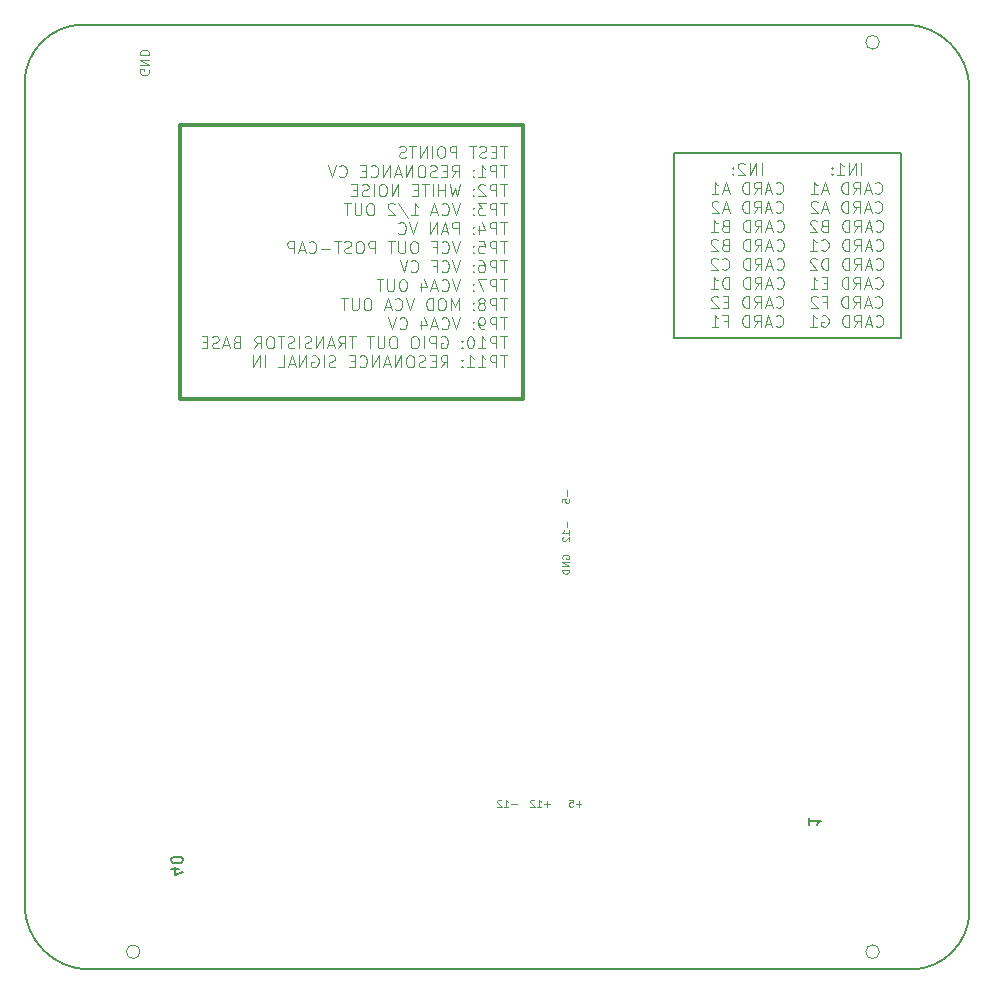
<source format=gbr>
G04 #@! TF.GenerationSoftware,KiCad,Pcbnew,7.0.11*
G04 #@! TF.CreationDate,2024-09-16T23:20:06-07:00*
G04 #@! TF.ProjectId,z3372,7a333337-322e-46b6-9963-61645f706362,0.2*
G04 #@! TF.SameCoordinates,PX3d83120PY6590fa0*
G04 #@! TF.FileFunction,Legend,Bot*
G04 #@! TF.FilePolarity,Positive*
%FSLAX46Y46*%
G04 Gerber Fmt 4.6, Leading zero omitted, Abs format (unit mm)*
G04 Created by KiCad (PCBNEW 7.0.11) date 2024-09-16 23:20:06*
%MOMM*%
%LPD*%
G01*
G04 APERTURE LIST*
%ADD10C,0.090000*%
%ADD11C,0.300000*%
%ADD12C,0.150000*%
G04 #@! TA.AperFunction,Profile*
%ADD13C,0.150000*%
G04 #@! TD*
G04 #@! TA.AperFunction,Profile*
%ADD14C,0.050000*%
G04 #@! TD*
G04 APERTURE END LIST*
D10*
X46794320Y41764286D02*
X46794320Y41307143D01*
X46422891Y40735715D02*
X46422891Y41021429D01*
X46422891Y41021429D02*
X46708605Y41050001D01*
X46708605Y41050001D02*
X46680034Y41021429D01*
X46680034Y41021429D02*
X46651462Y40964286D01*
X46651462Y40964286D02*
X46651462Y40821429D01*
X46651462Y40821429D02*
X46680034Y40764286D01*
X46680034Y40764286D02*
X46708605Y40735715D01*
X46708605Y40735715D02*
X46765748Y40707144D01*
X46765748Y40707144D02*
X46908605Y40707144D01*
X46908605Y40707144D02*
X46965748Y40735715D01*
X46965748Y40735715D02*
X46994320Y40764286D01*
X46994320Y40764286D02*
X47022891Y40821429D01*
X47022891Y40821429D02*
X47022891Y40964286D01*
X47022891Y40964286D02*
X46994320Y41021429D01*
X46994320Y41021429D02*
X46965748Y41050001D01*
X46794320Y39078571D02*
X46794320Y38621428D01*
X47022891Y38021429D02*
X47022891Y38364286D01*
X47022891Y38192857D02*
X46422891Y38192857D01*
X46422891Y38192857D02*
X46508605Y38250000D01*
X46508605Y38250000D02*
X46565748Y38307143D01*
X46565748Y38307143D02*
X46594320Y38364286D01*
X46480034Y37792857D02*
X46451462Y37764285D01*
X46451462Y37764285D02*
X46422891Y37707142D01*
X46422891Y37707142D02*
X46422891Y37564285D01*
X46422891Y37564285D02*
X46451462Y37507142D01*
X46451462Y37507142D02*
X46480034Y37478571D01*
X46480034Y37478571D02*
X46537177Y37450000D01*
X46537177Y37450000D02*
X46594320Y37450000D01*
X46594320Y37450000D02*
X46680034Y37478571D01*
X46680034Y37478571D02*
X47022891Y37821428D01*
X47022891Y37821428D02*
X47022891Y37450000D01*
X46451462Y35964285D02*
X46422891Y36021427D01*
X46422891Y36021427D02*
X46422891Y36107142D01*
X46422891Y36107142D02*
X46451462Y36192856D01*
X46451462Y36192856D02*
X46508605Y36249999D01*
X46508605Y36249999D02*
X46565748Y36278570D01*
X46565748Y36278570D02*
X46680034Y36307142D01*
X46680034Y36307142D02*
X46765748Y36307142D01*
X46765748Y36307142D02*
X46880034Y36278570D01*
X46880034Y36278570D02*
X46937177Y36249999D01*
X46937177Y36249999D02*
X46994320Y36192856D01*
X46994320Y36192856D02*
X47022891Y36107142D01*
X47022891Y36107142D02*
X47022891Y36049999D01*
X47022891Y36049999D02*
X46994320Y35964285D01*
X46994320Y35964285D02*
X46965748Y35935713D01*
X46965748Y35935713D02*
X46765748Y35935713D01*
X46765748Y35935713D02*
X46765748Y36049999D01*
X47022891Y35678570D02*
X46422891Y35678570D01*
X46422891Y35678570D02*
X47022891Y35335713D01*
X47022891Y35335713D02*
X46422891Y35335713D01*
X47022891Y35049999D02*
X46422891Y35049999D01*
X46422891Y35049999D02*
X46422891Y34907142D01*
X46422891Y34907142D02*
X46451462Y34821428D01*
X46451462Y34821428D02*
X46508605Y34764285D01*
X46508605Y34764285D02*
X46565748Y34735714D01*
X46565748Y34735714D02*
X46680034Y34707142D01*
X46680034Y34707142D02*
X46765748Y34707142D01*
X46765748Y34707142D02*
X46880034Y34735714D01*
X46880034Y34735714D02*
X46937177Y34764285D01*
X46937177Y34764285D02*
X46994320Y34821428D01*
X46994320Y34821428D02*
X47022891Y34907142D01*
X47022891Y34907142D02*
X47022891Y35049999D01*
D11*
X14100000Y72700000D02*
X43100000Y72700000D01*
X43100000Y49500000D01*
X14100000Y49500000D01*
X14100000Y72700000D01*
D12*
X55900000Y70300000D02*
X75100000Y70300000D01*
X75100000Y54700000D01*
X55900000Y54700000D01*
X55900000Y70300000D01*
D10*
X48042857Y15205680D02*
X47585715Y15205680D01*
X47814286Y14977109D02*
X47814286Y15434252D01*
X47014286Y15577109D02*
X47300000Y15577109D01*
X47300000Y15577109D02*
X47328572Y15291395D01*
X47328572Y15291395D02*
X47300000Y15319966D01*
X47300000Y15319966D02*
X47242858Y15348538D01*
X47242858Y15348538D02*
X47100000Y15348538D01*
X47100000Y15348538D02*
X47042858Y15319966D01*
X47042858Y15319966D02*
X47014286Y15291395D01*
X47014286Y15291395D02*
X46985715Y15234252D01*
X46985715Y15234252D02*
X46985715Y15091395D01*
X46985715Y15091395D02*
X47014286Y15034252D01*
X47014286Y15034252D02*
X47042858Y15005680D01*
X47042858Y15005680D02*
X47100000Y14977109D01*
X47100000Y14977109D02*
X47242858Y14977109D01*
X47242858Y14977109D02*
X47300000Y15005680D01*
X47300000Y15005680D02*
X47328572Y15034252D01*
X45357142Y15205680D02*
X44900000Y15205680D01*
X45128571Y14977109D02*
X45128571Y15434252D01*
X44300000Y14977109D02*
X44642857Y14977109D01*
X44471428Y14977109D02*
X44471428Y15577109D01*
X44471428Y15577109D02*
X44528571Y15491395D01*
X44528571Y15491395D02*
X44585714Y15434252D01*
X44585714Y15434252D02*
X44642857Y15405680D01*
X44071428Y15519966D02*
X44042856Y15548538D01*
X44042856Y15548538D02*
X43985714Y15577109D01*
X43985714Y15577109D02*
X43842856Y15577109D01*
X43842856Y15577109D02*
X43785714Y15548538D01*
X43785714Y15548538D02*
X43757142Y15519966D01*
X43757142Y15519966D02*
X43728571Y15462823D01*
X43728571Y15462823D02*
X43728571Y15405680D01*
X43728571Y15405680D02*
X43757142Y15319966D01*
X43757142Y15319966D02*
X44099999Y14977109D01*
X44099999Y14977109D02*
X43728571Y14977109D01*
X42557141Y15205680D02*
X42099999Y15205680D01*
X41499999Y14977109D02*
X41842856Y14977109D01*
X41671427Y14977109D02*
X41671427Y15577109D01*
X41671427Y15577109D02*
X41728570Y15491395D01*
X41728570Y15491395D02*
X41785713Y15434252D01*
X41785713Y15434252D02*
X41842856Y15405680D01*
X41271427Y15519966D02*
X41242855Y15548538D01*
X41242855Y15548538D02*
X41185713Y15577109D01*
X41185713Y15577109D02*
X41042855Y15577109D01*
X41042855Y15577109D02*
X40985713Y15548538D01*
X40985713Y15548538D02*
X40957141Y15519966D01*
X40957141Y15519966D02*
X40928570Y15462823D01*
X40928570Y15462823D02*
X40928570Y15405680D01*
X40928570Y15405680D02*
X40957141Y15319966D01*
X40957141Y15319966D02*
X41299998Y14977109D01*
X41299998Y14977109D02*
X40928570Y14977109D01*
X11396489Y77390477D02*
X11434584Y77314287D01*
X11434584Y77314287D02*
X11434584Y77200001D01*
X11434584Y77200001D02*
X11396489Y77085715D01*
X11396489Y77085715D02*
X11320299Y77009525D01*
X11320299Y77009525D02*
X11244108Y76971430D01*
X11244108Y76971430D02*
X11091727Y76933334D01*
X11091727Y76933334D02*
X10977441Y76933334D01*
X10977441Y76933334D02*
X10825060Y76971430D01*
X10825060Y76971430D02*
X10748870Y77009525D01*
X10748870Y77009525D02*
X10672680Y77085715D01*
X10672680Y77085715D02*
X10634584Y77200001D01*
X10634584Y77200001D02*
X10634584Y77276192D01*
X10634584Y77276192D02*
X10672680Y77390477D01*
X10672680Y77390477D02*
X10710775Y77428573D01*
X10710775Y77428573D02*
X10977441Y77428573D01*
X10977441Y77428573D02*
X10977441Y77276192D01*
X10634584Y77771430D02*
X11434584Y77771430D01*
X11434584Y77771430D02*
X10634584Y78228573D01*
X10634584Y78228573D02*
X11434584Y78228573D01*
X10634584Y78609525D02*
X11434584Y78609525D01*
X11434584Y78609525D02*
X11434584Y78800001D01*
X11434584Y78800001D02*
X11396489Y78914287D01*
X11396489Y78914287D02*
X11320299Y78990477D01*
X11320299Y78990477D02*
X11244108Y79028572D01*
X11244108Y79028572D02*
X11091727Y79066668D01*
X11091727Y79066668D02*
X10977441Y79066668D01*
X10977441Y79066668D02*
X10825060Y79028572D01*
X10825060Y79028572D02*
X10748870Y78990477D01*
X10748870Y78990477D02*
X10672680Y78914287D01*
X10672680Y78914287D02*
X10634584Y78800001D01*
X10634584Y78800001D02*
X10634584Y78609525D01*
D12*
X13961847Y9714286D02*
X13295180Y9714286D01*
X14342800Y9476191D02*
X13628514Y9238096D01*
X13628514Y9238096D02*
X13628514Y9857143D01*
X14295180Y10428572D02*
X14295180Y10523810D01*
X14295180Y10523810D02*
X14247561Y10619048D01*
X14247561Y10619048D02*
X14199942Y10666667D01*
X14199942Y10666667D02*
X14104704Y10714286D01*
X14104704Y10714286D02*
X13914228Y10761905D01*
X13914228Y10761905D02*
X13676133Y10761905D01*
X13676133Y10761905D02*
X13485657Y10714286D01*
X13485657Y10714286D02*
X13390419Y10666667D01*
X13390419Y10666667D02*
X13342800Y10619048D01*
X13342800Y10619048D02*
X13295180Y10523810D01*
X13295180Y10523810D02*
X13295180Y10428572D01*
X13295180Y10428572D02*
X13342800Y10333334D01*
X13342800Y10333334D02*
X13390419Y10285715D01*
X13390419Y10285715D02*
X13485657Y10238096D01*
X13485657Y10238096D02*
X13676133Y10190477D01*
X13676133Y10190477D02*
X13914228Y10190477D01*
X13914228Y10190477D02*
X14104704Y10238096D01*
X14104704Y10238096D02*
X14199942Y10285715D01*
X14199942Y10285715D02*
X14247561Y10333334D01*
X14247561Y10333334D02*
X14295180Y10428572D01*
D10*
X63338094Y68482061D02*
X63338094Y69482061D01*
X62861904Y68482061D02*
X62861904Y69482061D01*
X62861904Y69482061D02*
X62290476Y68482061D01*
X62290476Y68482061D02*
X62290476Y69482061D01*
X61861904Y69386823D02*
X61814285Y69434442D01*
X61814285Y69434442D02*
X61719047Y69482061D01*
X61719047Y69482061D02*
X61480952Y69482061D01*
X61480952Y69482061D02*
X61385714Y69434442D01*
X61385714Y69434442D02*
X61338095Y69386823D01*
X61338095Y69386823D02*
X61290476Y69291585D01*
X61290476Y69291585D02*
X61290476Y69196347D01*
X61290476Y69196347D02*
X61338095Y69053490D01*
X61338095Y69053490D02*
X61909523Y68482061D01*
X61909523Y68482061D02*
X61290476Y68482061D01*
X60861904Y68577300D02*
X60814285Y68529680D01*
X60814285Y68529680D02*
X60861904Y68482061D01*
X60861904Y68482061D02*
X60909523Y68529680D01*
X60909523Y68529680D02*
X60861904Y68577300D01*
X60861904Y68577300D02*
X60861904Y68482061D01*
X60861904Y69101109D02*
X60814285Y69053490D01*
X60814285Y69053490D02*
X60861904Y69005871D01*
X60861904Y69005871D02*
X60909523Y69053490D01*
X60909523Y69053490D02*
X60861904Y69101109D01*
X60861904Y69101109D02*
X60861904Y69005871D01*
X64504762Y66967300D02*
X64552381Y66919680D01*
X64552381Y66919680D02*
X64695238Y66872061D01*
X64695238Y66872061D02*
X64790476Y66872061D01*
X64790476Y66872061D02*
X64933333Y66919680D01*
X64933333Y66919680D02*
X65028571Y67014919D01*
X65028571Y67014919D02*
X65076190Y67110157D01*
X65076190Y67110157D02*
X65123809Y67300633D01*
X65123809Y67300633D02*
X65123809Y67443490D01*
X65123809Y67443490D02*
X65076190Y67633966D01*
X65076190Y67633966D02*
X65028571Y67729204D01*
X65028571Y67729204D02*
X64933333Y67824442D01*
X64933333Y67824442D02*
X64790476Y67872061D01*
X64790476Y67872061D02*
X64695238Y67872061D01*
X64695238Y67872061D02*
X64552381Y67824442D01*
X64552381Y67824442D02*
X64504762Y67776823D01*
X64123809Y67157776D02*
X63647619Y67157776D01*
X64219047Y66872061D02*
X63885714Y67872061D01*
X63885714Y67872061D02*
X63552381Y66872061D01*
X62647619Y66872061D02*
X62980952Y67348252D01*
X63219047Y66872061D02*
X63219047Y67872061D01*
X63219047Y67872061D02*
X62838095Y67872061D01*
X62838095Y67872061D02*
X62742857Y67824442D01*
X62742857Y67824442D02*
X62695238Y67776823D01*
X62695238Y67776823D02*
X62647619Y67681585D01*
X62647619Y67681585D02*
X62647619Y67538728D01*
X62647619Y67538728D02*
X62695238Y67443490D01*
X62695238Y67443490D02*
X62742857Y67395871D01*
X62742857Y67395871D02*
X62838095Y67348252D01*
X62838095Y67348252D02*
X63219047Y67348252D01*
X62219047Y66872061D02*
X62219047Y67872061D01*
X62219047Y67872061D02*
X61980952Y67872061D01*
X61980952Y67872061D02*
X61838095Y67824442D01*
X61838095Y67824442D02*
X61742857Y67729204D01*
X61742857Y67729204D02*
X61695238Y67633966D01*
X61695238Y67633966D02*
X61647619Y67443490D01*
X61647619Y67443490D02*
X61647619Y67300633D01*
X61647619Y67300633D02*
X61695238Y67110157D01*
X61695238Y67110157D02*
X61742857Y67014919D01*
X61742857Y67014919D02*
X61838095Y66919680D01*
X61838095Y66919680D02*
X61980952Y66872061D01*
X61980952Y66872061D02*
X62219047Y66872061D01*
X60504761Y67157776D02*
X60028571Y67157776D01*
X60599999Y66872061D02*
X60266666Y67872061D01*
X60266666Y67872061D02*
X59933333Y66872061D01*
X59076190Y66872061D02*
X59647618Y66872061D01*
X59361904Y66872061D02*
X59361904Y67872061D01*
X59361904Y67872061D02*
X59457142Y67729204D01*
X59457142Y67729204D02*
X59552380Y67633966D01*
X59552380Y67633966D02*
X59647618Y67586347D01*
X64504762Y65357300D02*
X64552381Y65309680D01*
X64552381Y65309680D02*
X64695238Y65262061D01*
X64695238Y65262061D02*
X64790476Y65262061D01*
X64790476Y65262061D02*
X64933333Y65309680D01*
X64933333Y65309680D02*
X65028571Y65404919D01*
X65028571Y65404919D02*
X65076190Y65500157D01*
X65076190Y65500157D02*
X65123809Y65690633D01*
X65123809Y65690633D02*
X65123809Y65833490D01*
X65123809Y65833490D02*
X65076190Y66023966D01*
X65076190Y66023966D02*
X65028571Y66119204D01*
X65028571Y66119204D02*
X64933333Y66214442D01*
X64933333Y66214442D02*
X64790476Y66262061D01*
X64790476Y66262061D02*
X64695238Y66262061D01*
X64695238Y66262061D02*
X64552381Y66214442D01*
X64552381Y66214442D02*
X64504762Y66166823D01*
X64123809Y65547776D02*
X63647619Y65547776D01*
X64219047Y65262061D02*
X63885714Y66262061D01*
X63885714Y66262061D02*
X63552381Y65262061D01*
X62647619Y65262061D02*
X62980952Y65738252D01*
X63219047Y65262061D02*
X63219047Y66262061D01*
X63219047Y66262061D02*
X62838095Y66262061D01*
X62838095Y66262061D02*
X62742857Y66214442D01*
X62742857Y66214442D02*
X62695238Y66166823D01*
X62695238Y66166823D02*
X62647619Y66071585D01*
X62647619Y66071585D02*
X62647619Y65928728D01*
X62647619Y65928728D02*
X62695238Y65833490D01*
X62695238Y65833490D02*
X62742857Y65785871D01*
X62742857Y65785871D02*
X62838095Y65738252D01*
X62838095Y65738252D02*
X63219047Y65738252D01*
X62219047Y65262061D02*
X62219047Y66262061D01*
X62219047Y66262061D02*
X61980952Y66262061D01*
X61980952Y66262061D02*
X61838095Y66214442D01*
X61838095Y66214442D02*
X61742857Y66119204D01*
X61742857Y66119204D02*
X61695238Y66023966D01*
X61695238Y66023966D02*
X61647619Y65833490D01*
X61647619Y65833490D02*
X61647619Y65690633D01*
X61647619Y65690633D02*
X61695238Y65500157D01*
X61695238Y65500157D02*
X61742857Y65404919D01*
X61742857Y65404919D02*
X61838095Y65309680D01*
X61838095Y65309680D02*
X61980952Y65262061D01*
X61980952Y65262061D02*
X62219047Y65262061D01*
X60504761Y65547776D02*
X60028571Y65547776D01*
X60599999Y65262061D02*
X60266666Y66262061D01*
X60266666Y66262061D02*
X59933333Y65262061D01*
X59647618Y66166823D02*
X59599999Y66214442D01*
X59599999Y66214442D02*
X59504761Y66262061D01*
X59504761Y66262061D02*
X59266666Y66262061D01*
X59266666Y66262061D02*
X59171428Y66214442D01*
X59171428Y66214442D02*
X59123809Y66166823D01*
X59123809Y66166823D02*
X59076190Y66071585D01*
X59076190Y66071585D02*
X59076190Y65976347D01*
X59076190Y65976347D02*
X59123809Y65833490D01*
X59123809Y65833490D02*
X59695237Y65262061D01*
X59695237Y65262061D02*
X59076190Y65262061D01*
X64576190Y63747300D02*
X64623809Y63699680D01*
X64623809Y63699680D02*
X64766666Y63652061D01*
X64766666Y63652061D02*
X64861904Y63652061D01*
X64861904Y63652061D02*
X65004761Y63699680D01*
X65004761Y63699680D02*
X65099999Y63794919D01*
X65099999Y63794919D02*
X65147618Y63890157D01*
X65147618Y63890157D02*
X65195237Y64080633D01*
X65195237Y64080633D02*
X65195237Y64223490D01*
X65195237Y64223490D02*
X65147618Y64413966D01*
X65147618Y64413966D02*
X65099999Y64509204D01*
X65099999Y64509204D02*
X65004761Y64604442D01*
X65004761Y64604442D02*
X64861904Y64652061D01*
X64861904Y64652061D02*
X64766666Y64652061D01*
X64766666Y64652061D02*
X64623809Y64604442D01*
X64623809Y64604442D02*
X64576190Y64556823D01*
X64195237Y63937776D02*
X63719047Y63937776D01*
X64290475Y63652061D02*
X63957142Y64652061D01*
X63957142Y64652061D02*
X63623809Y63652061D01*
X62719047Y63652061D02*
X63052380Y64128252D01*
X63290475Y63652061D02*
X63290475Y64652061D01*
X63290475Y64652061D02*
X62909523Y64652061D01*
X62909523Y64652061D02*
X62814285Y64604442D01*
X62814285Y64604442D02*
X62766666Y64556823D01*
X62766666Y64556823D02*
X62719047Y64461585D01*
X62719047Y64461585D02*
X62719047Y64318728D01*
X62719047Y64318728D02*
X62766666Y64223490D01*
X62766666Y64223490D02*
X62814285Y64175871D01*
X62814285Y64175871D02*
X62909523Y64128252D01*
X62909523Y64128252D02*
X63290475Y64128252D01*
X62290475Y63652061D02*
X62290475Y64652061D01*
X62290475Y64652061D02*
X62052380Y64652061D01*
X62052380Y64652061D02*
X61909523Y64604442D01*
X61909523Y64604442D02*
X61814285Y64509204D01*
X61814285Y64509204D02*
X61766666Y64413966D01*
X61766666Y64413966D02*
X61719047Y64223490D01*
X61719047Y64223490D02*
X61719047Y64080633D01*
X61719047Y64080633D02*
X61766666Y63890157D01*
X61766666Y63890157D02*
X61814285Y63794919D01*
X61814285Y63794919D02*
X61909523Y63699680D01*
X61909523Y63699680D02*
X62052380Y63652061D01*
X62052380Y63652061D02*
X62290475Y63652061D01*
X60195237Y64175871D02*
X60052380Y64128252D01*
X60052380Y64128252D02*
X60004761Y64080633D01*
X60004761Y64080633D02*
X59957142Y63985395D01*
X59957142Y63985395D02*
X59957142Y63842538D01*
X59957142Y63842538D02*
X60004761Y63747300D01*
X60004761Y63747300D02*
X60052380Y63699680D01*
X60052380Y63699680D02*
X60147618Y63652061D01*
X60147618Y63652061D02*
X60528570Y63652061D01*
X60528570Y63652061D02*
X60528570Y64652061D01*
X60528570Y64652061D02*
X60195237Y64652061D01*
X60195237Y64652061D02*
X60099999Y64604442D01*
X60099999Y64604442D02*
X60052380Y64556823D01*
X60052380Y64556823D02*
X60004761Y64461585D01*
X60004761Y64461585D02*
X60004761Y64366347D01*
X60004761Y64366347D02*
X60052380Y64271109D01*
X60052380Y64271109D02*
X60099999Y64223490D01*
X60099999Y64223490D02*
X60195237Y64175871D01*
X60195237Y64175871D02*
X60528570Y64175871D01*
X59004761Y63652061D02*
X59576189Y63652061D01*
X59290475Y63652061D02*
X59290475Y64652061D01*
X59290475Y64652061D02*
X59385713Y64509204D01*
X59385713Y64509204D02*
X59480951Y64413966D01*
X59480951Y64413966D02*
X59576189Y64366347D01*
X64576190Y62137300D02*
X64623809Y62089680D01*
X64623809Y62089680D02*
X64766666Y62042061D01*
X64766666Y62042061D02*
X64861904Y62042061D01*
X64861904Y62042061D02*
X65004761Y62089680D01*
X65004761Y62089680D02*
X65099999Y62184919D01*
X65099999Y62184919D02*
X65147618Y62280157D01*
X65147618Y62280157D02*
X65195237Y62470633D01*
X65195237Y62470633D02*
X65195237Y62613490D01*
X65195237Y62613490D02*
X65147618Y62803966D01*
X65147618Y62803966D02*
X65099999Y62899204D01*
X65099999Y62899204D02*
X65004761Y62994442D01*
X65004761Y62994442D02*
X64861904Y63042061D01*
X64861904Y63042061D02*
X64766666Y63042061D01*
X64766666Y63042061D02*
X64623809Y62994442D01*
X64623809Y62994442D02*
X64576190Y62946823D01*
X64195237Y62327776D02*
X63719047Y62327776D01*
X64290475Y62042061D02*
X63957142Y63042061D01*
X63957142Y63042061D02*
X63623809Y62042061D01*
X62719047Y62042061D02*
X63052380Y62518252D01*
X63290475Y62042061D02*
X63290475Y63042061D01*
X63290475Y63042061D02*
X62909523Y63042061D01*
X62909523Y63042061D02*
X62814285Y62994442D01*
X62814285Y62994442D02*
X62766666Y62946823D01*
X62766666Y62946823D02*
X62719047Y62851585D01*
X62719047Y62851585D02*
X62719047Y62708728D01*
X62719047Y62708728D02*
X62766666Y62613490D01*
X62766666Y62613490D02*
X62814285Y62565871D01*
X62814285Y62565871D02*
X62909523Y62518252D01*
X62909523Y62518252D02*
X63290475Y62518252D01*
X62290475Y62042061D02*
X62290475Y63042061D01*
X62290475Y63042061D02*
X62052380Y63042061D01*
X62052380Y63042061D02*
X61909523Y62994442D01*
X61909523Y62994442D02*
X61814285Y62899204D01*
X61814285Y62899204D02*
X61766666Y62803966D01*
X61766666Y62803966D02*
X61719047Y62613490D01*
X61719047Y62613490D02*
X61719047Y62470633D01*
X61719047Y62470633D02*
X61766666Y62280157D01*
X61766666Y62280157D02*
X61814285Y62184919D01*
X61814285Y62184919D02*
X61909523Y62089680D01*
X61909523Y62089680D02*
X62052380Y62042061D01*
X62052380Y62042061D02*
X62290475Y62042061D01*
X60195237Y62565871D02*
X60052380Y62518252D01*
X60052380Y62518252D02*
X60004761Y62470633D01*
X60004761Y62470633D02*
X59957142Y62375395D01*
X59957142Y62375395D02*
X59957142Y62232538D01*
X59957142Y62232538D02*
X60004761Y62137300D01*
X60004761Y62137300D02*
X60052380Y62089680D01*
X60052380Y62089680D02*
X60147618Y62042061D01*
X60147618Y62042061D02*
X60528570Y62042061D01*
X60528570Y62042061D02*
X60528570Y63042061D01*
X60528570Y63042061D02*
X60195237Y63042061D01*
X60195237Y63042061D02*
X60099999Y62994442D01*
X60099999Y62994442D02*
X60052380Y62946823D01*
X60052380Y62946823D02*
X60004761Y62851585D01*
X60004761Y62851585D02*
X60004761Y62756347D01*
X60004761Y62756347D02*
X60052380Y62661109D01*
X60052380Y62661109D02*
X60099999Y62613490D01*
X60099999Y62613490D02*
X60195237Y62565871D01*
X60195237Y62565871D02*
X60528570Y62565871D01*
X59576189Y62946823D02*
X59528570Y62994442D01*
X59528570Y62994442D02*
X59433332Y63042061D01*
X59433332Y63042061D02*
X59195237Y63042061D01*
X59195237Y63042061D02*
X59099999Y62994442D01*
X59099999Y62994442D02*
X59052380Y62946823D01*
X59052380Y62946823D02*
X59004761Y62851585D01*
X59004761Y62851585D02*
X59004761Y62756347D01*
X59004761Y62756347D02*
X59052380Y62613490D01*
X59052380Y62613490D02*
X59623808Y62042061D01*
X59623808Y62042061D02*
X59004761Y62042061D01*
X64576190Y60527300D02*
X64623809Y60479680D01*
X64623809Y60479680D02*
X64766666Y60432061D01*
X64766666Y60432061D02*
X64861904Y60432061D01*
X64861904Y60432061D02*
X65004761Y60479680D01*
X65004761Y60479680D02*
X65099999Y60574919D01*
X65099999Y60574919D02*
X65147618Y60670157D01*
X65147618Y60670157D02*
X65195237Y60860633D01*
X65195237Y60860633D02*
X65195237Y61003490D01*
X65195237Y61003490D02*
X65147618Y61193966D01*
X65147618Y61193966D02*
X65099999Y61289204D01*
X65099999Y61289204D02*
X65004761Y61384442D01*
X65004761Y61384442D02*
X64861904Y61432061D01*
X64861904Y61432061D02*
X64766666Y61432061D01*
X64766666Y61432061D02*
X64623809Y61384442D01*
X64623809Y61384442D02*
X64576190Y61336823D01*
X64195237Y60717776D02*
X63719047Y60717776D01*
X64290475Y60432061D02*
X63957142Y61432061D01*
X63957142Y61432061D02*
X63623809Y60432061D01*
X62719047Y60432061D02*
X63052380Y60908252D01*
X63290475Y60432061D02*
X63290475Y61432061D01*
X63290475Y61432061D02*
X62909523Y61432061D01*
X62909523Y61432061D02*
X62814285Y61384442D01*
X62814285Y61384442D02*
X62766666Y61336823D01*
X62766666Y61336823D02*
X62719047Y61241585D01*
X62719047Y61241585D02*
X62719047Y61098728D01*
X62719047Y61098728D02*
X62766666Y61003490D01*
X62766666Y61003490D02*
X62814285Y60955871D01*
X62814285Y60955871D02*
X62909523Y60908252D01*
X62909523Y60908252D02*
X63290475Y60908252D01*
X62290475Y60432061D02*
X62290475Y61432061D01*
X62290475Y61432061D02*
X62052380Y61432061D01*
X62052380Y61432061D02*
X61909523Y61384442D01*
X61909523Y61384442D02*
X61814285Y61289204D01*
X61814285Y61289204D02*
X61766666Y61193966D01*
X61766666Y61193966D02*
X61719047Y61003490D01*
X61719047Y61003490D02*
X61719047Y60860633D01*
X61719047Y60860633D02*
X61766666Y60670157D01*
X61766666Y60670157D02*
X61814285Y60574919D01*
X61814285Y60574919D02*
X61909523Y60479680D01*
X61909523Y60479680D02*
X62052380Y60432061D01*
X62052380Y60432061D02*
X62290475Y60432061D01*
X59957142Y60527300D02*
X60004761Y60479680D01*
X60004761Y60479680D02*
X60147618Y60432061D01*
X60147618Y60432061D02*
X60242856Y60432061D01*
X60242856Y60432061D02*
X60385713Y60479680D01*
X60385713Y60479680D02*
X60480951Y60574919D01*
X60480951Y60574919D02*
X60528570Y60670157D01*
X60528570Y60670157D02*
X60576189Y60860633D01*
X60576189Y60860633D02*
X60576189Y61003490D01*
X60576189Y61003490D02*
X60528570Y61193966D01*
X60528570Y61193966D02*
X60480951Y61289204D01*
X60480951Y61289204D02*
X60385713Y61384442D01*
X60385713Y61384442D02*
X60242856Y61432061D01*
X60242856Y61432061D02*
X60147618Y61432061D01*
X60147618Y61432061D02*
X60004761Y61384442D01*
X60004761Y61384442D02*
X59957142Y61336823D01*
X59576189Y61336823D02*
X59528570Y61384442D01*
X59528570Y61384442D02*
X59433332Y61432061D01*
X59433332Y61432061D02*
X59195237Y61432061D01*
X59195237Y61432061D02*
X59099999Y61384442D01*
X59099999Y61384442D02*
X59052380Y61336823D01*
X59052380Y61336823D02*
X59004761Y61241585D01*
X59004761Y61241585D02*
X59004761Y61146347D01*
X59004761Y61146347D02*
X59052380Y61003490D01*
X59052380Y61003490D02*
X59623808Y60432061D01*
X59623808Y60432061D02*
X59004761Y60432061D01*
X64576190Y58917300D02*
X64623809Y58869680D01*
X64623809Y58869680D02*
X64766666Y58822061D01*
X64766666Y58822061D02*
X64861904Y58822061D01*
X64861904Y58822061D02*
X65004761Y58869680D01*
X65004761Y58869680D02*
X65099999Y58964919D01*
X65099999Y58964919D02*
X65147618Y59060157D01*
X65147618Y59060157D02*
X65195237Y59250633D01*
X65195237Y59250633D02*
X65195237Y59393490D01*
X65195237Y59393490D02*
X65147618Y59583966D01*
X65147618Y59583966D02*
X65099999Y59679204D01*
X65099999Y59679204D02*
X65004761Y59774442D01*
X65004761Y59774442D02*
X64861904Y59822061D01*
X64861904Y59822061D02*
X64766666Y59822061D01*
X64766666Y59822061D02*
X64623809Y59774442D01*
X64623809Y59774442D02*
X64576190Y59726823D01*
X64195237Y59107776D02*
X63719047Y59107776D01*
X64290475Y58822061D02*
X63957142Y59822061D01*
X63957142Y59822061D02*
X63623809Y58822061D01*
X62719047Y58822061D02*
X63052380Y59298252D01*
X63290475Y58822061D02*
X63290475Y59822061D01*
X63290475Y59822061D02*
X62909523Y59822061D01*
X62909523Y59822061D02*
X62814285Y59774442D01*
X62814285Y59774442D02*
X62766666Y59726823D01*
X62766666Y59726823D02*
X62719047Y59631585D01*
X62719047Y59631585D02*
X62719047Y59488728D01*
X62719047Y59488728D02*
X62766666Y59393490D01*
X62766666Y59393490D02*
X62814285Y59345871D01*
X62814285Y59345871D02*
X62909523Y59298252D01*
X62909523Y59298252D02*
X63290475Y59298252D01*
X62290475Y58822061D02*
X62290475Y59822061D01*
X62290475Y59822061D02*
X62052380Y59822061D01*
X62052380Y59822061D02*
X61909523Y59774442D01*
X61909523Y59774442D02*
X61814285Y59679204D01*
X61814285Y59679204D02*
X61766666Y59583966D01*
X61766666Y59583966D02*
X61719047Y59393490D01*
X61719047Y59393490D02*
X61719047Y59250633D01*
X61719047Y59250633D02*
X61766666Y59060157D01*
X61766666Y59060157D02*
X61814285Y58964919D01*
X61814285Y58964919D02*
X61909523Y58869680D01*
X61909523Y58869680D02*
X62052380Y58822061D01*
X62052380Y58822061D02*
X62290475Y58822061D01*
X60528570Y58822061D02*
X60528570Y59822061D01*
X60528570Y59822061D02*
X60290475Y59822061D01*
X60290475Y59822061D02*
X60147618Y59774442D01*
X60147618Y59774442D02*
X60052380Y59679204D01*
X60052380Y59679204D02*
X60004761Y59583966D01*
X60004761Y59583966D02*
X59957142Y59393490D01*
X59957142Y59393490D02*
X59957142Y59250633D01*
X59957142Y59250633D02*
X60004761Y59060157D01*
X60004761Y59060157D02*
X60052380Y58964919D01*
X60052380Y58964919D02*
X60147618Y58869680D01*
X60147618Y58869680D02*
X60290475Y58822061D01*
X60290475Y58822061D02*
X60528570Y58822061D01*
X59004761Y58822061D02*
X59576189Y58822061D01*
X59290475Y58822061D02*
X59290475Y59822061D01*
X59290475Y59822061D02*
X59385713Y59679204D01*
X59385713Y59679204D02*
X59480951Y59583966D01*
X59480951Y59583966D02*
X59576189Y59536347D01*
X64528571Y57307300D02*
X64576190Y57259680D01*
X64576190Y57259680D02*
X64719047Y57212061D01*
X64719047Y57212061D02*
X64814285Y57212061D01*
X64814285Y57212061D02*
X64957142Y57259680D01*
X64957142Y57259680D02*
X65052380Y57354919D01*
X65052380Y57354919D02*
X65099999Y57450157D01*
X65099999Y57450157D02*
X65147618Y57640633D01*
X65147618Y57640633D02*
X65147618Y57783490D01*
X65147618Y57783490D02*
X65099999Y57973966D01*
X65099999Y57973966D02*
X65052380Y58069204D01*
X65052380Y58069204D02*
X64957142Y58164442D01*
X64957142Y58164442D02*
X64814285Y58212061D01*
X64814285Y58212061D02*
X64719047Y58212061D01*
X64719047Y58212061D02*
X64576190Y58164442D01*
X64576190Y58164442D02*
X64528571Y58116823D01*
X64147618Y57497776D02*
X63671428Y57497776D01*
X64242856Y57212061D02*
X63909523Y58212061D01*
X63909523Y58212061D02*
X63576190Y57212061D01*
X62671428Y57212061D02*
X63004761Y57688252D01*
X63242856Y57212061D02*
X63242856Y58212061D01*
X63242856Y58212061D02*
X62861904Y58212061D01*
X62861904Y58212061D02*
X62766666Y58164442D01*
X62766666Y58164442D02*
X62719047Y58116823D01*
X62719047Y58116823D02*
X62671428Y58021585D01*
X62671428Y58021585D02*
X62671428Y57878728D01*
X62671428Y57878728D02*
X62719047Y57783490D01*
X62719047Y57783490D02*
X62766666Y57735871D01*
X62766666Y57735871D02*
X62861904Y57688252D01*
X62861904Y57688252D02*
X63242856Y57688252D01*
X62242856Y57212061D02*
X62242856Y58212061D01*
X62242856Y58212061D02*
X62004761Y58212061D01*
X62004761Y58212061D02*
X61861904Y58164442D01*
X61861904Y58164442D02*
X61766666Y58069204D01*
X61766666Y58069204D02*
X61719047Y57973966D01*
X61719047Y57973966D02*
X61671428Y57783490D01*
X61671428Y57783490D02*
X61671428Y57640633D01*
X61671428Y57640633D02*
X61719047Y57450157D01*
X61719047Y57450157D02*
X61766666Y57354919D01*
X61766666Y57354919D02*
X61861904Y57259680D01*
X61861904Y57259680D02*
X62004761Y57212061D01*
X62004761Y57212061D02*
X62242856Y57212061D01*
X60480951Y57735871D02*
X60147618Y57735871D01*
X60004761Y57212061D02*
X60480951Y57212061D01*
X60480951Y57212061D02*
X60480951Y58212061D01*
X60480951Y58212061D02*
X60004761Y58212061D01*
X59623808Y58116823D02*
X59576189Y58164442D01*
X59576189Y58164442D02*
X59480951Y58212061D01*
X59480951Y58212061D02*
X59242856Y58212061D01*
X59242856Y58212061D02*
X59147618Y58164442D01*
X59147618Y58164442D02*
X59099999Y58116823D01*
X59099999Y58116823D02*
X59052380Y58021585D01*
X59052380Y58021585D02*
X59052380Y57926347D01*
X59052380Y57926347D02*
X59099999Y57783490D01*
X59099999Y57783490D02*
X59671427Y57212061D01*
X59671427Y57212061D02*
X59052380Y57212061D01*
X64504762Y55697300D02*
X64552381Y55649680D01*
X64552381Y55649680D02*
X64695238Y55602061D01*
X64695238Y55602061D02*
X64790476Y55602061D01*
X64790476Y55602061D02*
X64933333Y55649680D01*
X64933333Y55649680D02*
X65028571Y55744919D01*
X65028571Y55744919D02*
X65076190Y55840157D01*
X65076190Y55840157D02*
X65123809Y56030633D01*
X65123809Y56030633D02*
X65123809Y56173490D01*
X65123809Y56173490D02*
X65076190Y56363966D01*
X65076190Y56363966D02*
X65028571Y56459204D01*
X65028571Y56459204D02*
X64933333Y56554442D01*
X64933333Y56554442D02*
X64790476Y56602061D01*
X64790476Y56602061D02*
X64695238Y56602061D01*
X64695238Y56602061D02*
X64552381Y56554442D01*
X64552381Y56554442D02*
X64504762Y56506823D01*
X64123809Y55887776D02*
X63647619Y55887776D01*
X64219047Y55602061D02*
X63885714Y56602061D01*
X63885714Y56602061D02*
X63552381Y55602061D01*
X62647619Y55602061D02*
X62980952Y56078252D01*
X63219047Y55602061D02*
X63219047Y56602061D01*
X63219047Y56602061D02*
X62838095Y56602061D01*
X62838095Y56602061D02*
X62742857Y56554442D01*
X62742857Y56554442D02*
X62695238Y56506823D01*
X62695238Y56506823D02*
X62647619Y56411585D01*
X62647619Y56411585D02*
X62647619Y56268728D01*
X62647619Y56268728D02*
X62695238Y56173490D01*
X62695238Y56173490D02*
X62742857Y56125871D01*
X62742857Y56125871D02*
X62838095Y56078252D01*
X62838095Y56078252D02*
X63219047Y56078252D01*
X62219047Y55602061D02*
X62219047Y56602061D01*
X62219047Y56602061D02*
X61980952Y56602061D01*
X61980952Y56602061D02*
X61838095Y56554442D01*
X61838095Y56554442D02*
X61742857Y56459204D01*
X61742857Y56459204D02*
X61695238Y56363966D01*
X61695238Y56363966D02*
X61647619Y56173490D01*
X61647619Y56173490D02*
X61647619Y56030633D01*
X61647619Y56030633D02*
X61695238Y55840157D01*
X61695238Y55840157D02*
X61742857Y55744919D01*
X61742857Y55744919D02*
X61838095Y55649680D01*
X61838095Y55649680D02*
X61980952Y55602061D01*
X61980952Y55602061D02*
X62219047Y55602061D01*
X60123809Y56125871D02*
X60457142Y56125871D01*
X60457142Y55602061D02*
X60457142Y56602061D01*
X60457142Y56602061D02*
X59980952Y56602061D01*
X59076190Y55602061D02*
X59647618Y55602061D01*
X59361904Y55602061D02*
X59361904Y56602061D01*
X59361904Y56602061D02*
X59457142Y56459204D01*
X59457142Y56459204D02*
X59552380Y56363966D01*
X59552380Y56363966D02*
X59647618Y56316347D01*
X71738094Y68482061D02*
X71738094Y69482061D01*
X71261904Y68482061D02*
X71261904Y69482061D01*
X71261904Y69482061D02*
X70690476Y68482061D01*
X70690476Y68482061D02*
X70690476Y69482061D01*
X69690476Y68482061D02*
X70261904Y68482061D01*
X69976190Y68482061D02*
X69976190Y69482061D01*
X69976190Y69482061D02*
X70071428Y69339204D01*
X70071428Y69339204D02*
X70166666Y69243966D01*
X70166666Y69243966D02*
X70261904Y69196347D01*
X69261904Y68577300D02*
X69214285Y68529680D01*
X69214285Y68529680D02*
X69261904Y68482061D01*
X69261904Y68482061D02*
X69309523Y68529680D01*
X69309523Y68529680D02*
X69261904Y68577300D01*
X69261904Y68577300D02*
X69261904Y68482061D01*
X69261904Y69101109D02*
X69214285Y69053490D01*
X69214285Y69053490D02*
X69261904Y69005871D01*
X69261904Y69005871D02*
X69309523Y69053490D01*
X69309523Y69053490D02*
X69261904Y69101109D01*
X69261904Y69101109D02*
X69261904Y69005871D01*
X72904762Y66967300D02*
X72952381Y66919680D01*
X72952381Y66919680D02*
X73095238Y66872061D01*
X73095238Y66872061D02*
X73190476Y66872061D01*
X73190476Y66872061D02*
X73333333Y66919680D01*
X73333333Y66919680D02*
X73428571Y67014919D01*
X73428571Y67014919D02*
X73476190Y67110157D01*
X73476190Y67110157D02*
X73523809Y67300633D01*
X73523809Y67300633D02*
X73523809Y67443490D01*
X73523809Y67443490D02*
X73476190Y67633966D01*
X73476190Y67633966D02*
X73428571Y67729204D01*
X73428571Y67729204D02*
X73333333Y67824442D01*
X73333333Y67824442D02*
X73190476Y67872061D01*
X73190476Y67872061D02*
X73095238Y67872061D01*
X73095238Y67872061D02*
X72952381Y67824442D01*
X72952381Y67824442D02*
X72904762Y67776823D01*
X72523809Y67157776D02*
X72047619Y67157776D01*
X72619047Y66872061D02*
X72285714Y67872061D01*
X72285714Y67872061D02*
X71952381Y66872061D01*
X71047619Y66872061D02*
X71380952Y67348252D01*
X71619047Y66872061D02*
X71619047Y67872061D01*
X71619047Y67872061D02*
X71238095Y67872061D01*
X71238095Y67872061D02*
X71142857Y67824442D01*
X71142857Y67824442D02*
X71095238Y67776823D01*
X71095238Y67776823D02*
X71047619Y67681585D01*
X71047619Y67681585D02*
X71047619Y67538728D01*
X71047619Y67538728D02*
X71095238Y67443490D01*
X71095238Y67443490D02*
X71142857Y67395871D01*
X71142857Y67395871D02*
X71238095Y67348252D01*
X71238095Y67348252D02*
X71619047Y67348252D01*
X70619047Y66872061D02*
X70619047Y67872061D01*
X70619047Y67872061D02*
X70380952Y67872061D01*
X70380952Y67872061D02*
X70238095Y67824442D01*
X70238095Y67824442D02*
X70142857Y67729204D01*
X70142857Y67729204D02*
X70095238Y67633966D01*
X70095238Y67633966D02*
X70047619Y67443490D01*
X70047619Y67443490D02*
X70047619Y67300633D01*
X70047619Y67300633D02*
X70095238Y67110157D01*
X70095238Y67110157D02*
X70142857Y67014919D01*
X70142857Y67014919D02*
X70238095Y66919680D01*
X70238095Y66919680D02*
X70380952Y66872061D01*
X70380952Y66872061D02*
X70619047Y66872061D01*
X68904761Y67157776D02*
X68428571Y67157776D01*
X68999999Y66872061D02*
X68666666Y67872061D01*
X68666666Y67872061D02*
X68333333Y66872061D01*
X67476190Y66872061D02*
X68047618Y66872061D01*
X67761904Y66872061D02*
X67761904Y67872061D01*
X67761904Y67872061D02*
X67857142Y67729204D01*
X67857142Y67729204D02*
X67952380Y67633966D01*
X67952380Y67633966D02*
X68047618Y67586347D01*
X72904762Y65357300D02*
X72952381Y65309680D01*
X72952381Y65309680D02*
X73095238Y65262061D01*
X73095238Y65262061D02*
X73190476Y65262061D01*
X73190476Y65262061D02*
X73333333Y65309680D01*
X73333333Y65309680D02*
X73428571Y65404919D01*
X73428571Y65404919D02*
X73476190Y65500157D01*
X73476190Y65500157D02*
X73523809Y65690633D01*
X73523809Y65690633D02*
X73523809Y65833490D01*
X73523809Y65833490D02*
X73476190Y66023966D01*
X73476190Y66023966D02*
X73428571Y66119204D01*
X73428571Y66119204D02*
X73333333Y66214442D01*
X73333333Y66214442D02*
X73190476Y66262061D01*
X73190476Y66262061D02*
X73095238Y66262061D01*
X73095238Y66262061D02*
X72952381Y66214442D01*
X72952381Y66214442D02*
X72904762Y66166823D01*
X72523809Y65547776D02*
X72047619Y65547776D01*
X72619047Y65262061D02*
X72285714Y66262061D01*
X72285714Y66262061D02*
X71952381Y65262061D01*
X71047619Y65262061D02*
X71380952Y65738252D01*
X71619047Y65262061D02*
X71619047Y66262061D01*
X71619047Y66262061D02*
X71238095Y66262061D01*
X71238095Y66262061D02*
X71142857Y66214442D01*
X71142857Y66214442D02*
X71095238Y66166823D01*
X71095238Y66166823D02*
X71047619Y66071585D01*
X71047619Y66071585D02*
X71047619Y65928728D01*
X71047619Y65928728D02*
X71095238Y65833490D01*
X71095238Y65833490D02*
X71142857Y65785871D01*
X71142857Y65785871D02*
X71238095Y65738252D01*
X71238095Y65738252D02*
X71619047Y65738252D01*
X70619047Y65262061D02*
X70619047Y66262061D01*
X70619047Y66262061D02*
X70380952Y66262061D01*
X70380952Y66262061D02*
X70238095Y66214442D01*
X70238095Y66214442D02*
X70142857Y66119204D01*
X70142857Y66119204D02*
X70095238Y66023966D01*
X70095238Y66023966D02*
X70047619Y65833490D01*
X70047619Y65833490D02*
X70047619Y65690633D01*
X70047619Y65690633D02*
X70095238Y65500157D01*
X70095238Y65500157D02*
X70142857Y65404919D01*
X70142857Y65404919D02*
X70238095Y65309680D01*
X70238095Y65309680D02*
X70380952Y65262061D01*
X70380952Y65262061D02*
X70619047Y65262061D01*
X68904761Y65547776D02*
X68428571Y65547776D01*
X68999999Y65262061D02*
X68666666Y66262061D01*
X68666666Y66262061D02*
X68333333Y65262061D01*
X68047618Y66166823D02*
X67999999Y66214442D01*
X67999999Y66214442D02*
X67904761Y66262061D01*
X67904761Y66262061D02*
X67666666Y66262061D01*
X67666666Y66262061D02*
X67571428Y66214442D01*
X67571428Y66214442D02*
X67523809Y66166823D01*
X67523809Y66166823D02*
X67476190Y66071585D01*
X67476190Y66071585D02*
X67476190Y65976347D01*
X67476190Y65976347D02*
X67523809Y65833490D01*
X67523809Y65833490D02*
X68095237Y65262061D01*
X68095237Y65262061D02*
X67476190Y65262061D01*
X72976190Y63747300D02*
X73023809Y63699680D01*
X73023809Y63699680D02*
X73166666Y63652061D01*
X73166666Y63652061D02*
X73261904Y63652061D01*
X73261904Y63652061D02*
X73404761Y63699680D01*
X73404761Y63699680D02*
X73499999Y63794919D01*
X73499999Y63794919D02*
X73547618Y63890157D01*
X73547618Y63890157D02*
X73595237Y64080633D01*
X73595237Y64080633D02*
X73595237Y64223490D01*
X73595237Y64223490D02*
X73547618Y64413966D01*
X73547618Y64413966D02*
X73499999Y64509204D01*
X73499999Y64509204D02*
X73404761Y64604442D01*
X73404761Y64604442D02*
X73261904Y64652061D01*
X73261904Y64652061D02*
X73166666Y64652061D01*
X73166666Y64652061D02*
X73023809Y64604442D01*
X73023809Y64604442D02*
X72976190Y64556823D01*
X72595237Y63937776D02*
X72119047Y63937776D01*
X72690475Y63652061D02*
X72357142Y64652061D01*
X72357142Y64652061D02*
X72023809Y63652061D01*
X71119047Y63652061D02*
X71452380Y64128252D01*
X71690475Y63652061D02*
X71690475Y64652061D01*
X71690475Y64652061D02*
X71309523Y64652061D01*
X71309523Y64652061D02*
X71214285Y64604442D01*
X71214285Y64604442D02*
X71166666Y64556823D01*
X71166666Y64556823D02*
X71119047Y64461585D01*
X71119047Y64461585D02*
X71119047Y64318728D01*
X71119047Y64318728D02*
X71166666Y64223490D01*
X71166666Y64223490D02*
X71214285Y64175871D01*
X71214285Y64175871D02*
X71309523Y64128252D01*
X71309523Y64128252D02*
X71690475Y64128252D01*
X70690475Y63652061D02*
X70690475Y64652061D01*
X70690475Y64652061D02*
X70452380Y64652061D01*
X70452380Y64652061D02*
X70309523Y64604442D01*
X70309523Y64604442D02*
X70214285Y64509204D01*
X70214285Y64509204D02*
X70166666Y64413966D01*
X70166666Y64413966D02*
X70119047Y64223490D01*
X70119047Y64223490D02*
X70119047Y64080633D01*
X70119047Y64080633D02*
X70166666Y63890157D01*
X70166666Y63890157D02*
X70214285Y63794919D01*
X70214285Y63794919D02*
X70309523Y63699680D01*
X70309523Y63699680D02*
X70452380Y63652061D01*
X70452380Y63652061D02*
X70690475Y63652061D01*
X68595237Y64175871D02*
X68452380Y64128252D01*
X68452380Y64128252D02*
X68404761Y64080633D01*
X68404761Y64080633D02*
X68357142Y63985395D01*
X68357142Y63985395D02*
X68357142Y63842538D01*
X68357142Y63842538D02*
X68404761Y63747300D01*
X68404761Y63747300D02*
X68452380Y63699680D01*
X68452380Y63699680D02*
X68547618Y63652061D01*
X68547618Y63652061D02*
X68928570Y63652061D01*
X68928570Y63652061D02*
X68928570Y64652061D01*
X68928570Y64652061D02*
X68595237Y64652061D01*
X68595237Y64652061D02*
X68499999Y64604442D01*
X68499999Y64604442D02*
X68452380Y64556823D01*
X68452380Y64556823D02*
X68404761Y64461585D01*
X68404761Y64461585D02*
X68404761Y64366347D01*
X68404761Y64366347D02*
X68452380Y64271109D01*
X68452380Y64271109D02*
X68499999Y64223490D01*
X68499999Y64223490D02*
X68595237Y64175871D01*
X68595237Y64175871D02*
X68928570Y64175871D01*
X67976189Y64556823D02*
X67928570Y64604442D01*
X67928570Y64604442D02*
X67833332Y64652061D01*
X67833332Y64652061D02*
X67595237Y64652061D01*
X67595237Y64652061D02*
X67499999Y64604442D01*
X67499999Y64604442D02*
X67452380Y64556823D01*
X67452380Y64556823D02*
X67404761Y64461585D01*
X67404761Y64461585D02*
X67404761Y64366347D01*
X67404761Y64366347D02*
X67452380Y64223490D01*
X67452380Y64223490D02*
X68023808Y63652061D01*
X68023808Y63652061D02*
X67404761Y63652061D01*
X72976190Y62137300D02*
X73023809Y62089680D01*
X73023809Y62089680D02*
X73166666Y62042061D01*
X73166666Y62042061D02*
X73261904Y62042061D01*
X73261904Y62042061D02*
X73404761Y62089680D01*
X73404761Y62089680D02*
X73499999Y62184919D01*
X73499999Y62184919D02*
X73547618Y62280157D01*
X73547618Y62280157D02*
X73595237Y62470633D01*
X73595237Y62470633D02*
X73595237Y62613490D01*
X73595237Y62613490D02*
X73547618Y62803966D01*
X73547618Y62803966D02*
X73499999Y62899204D01*
X73499999Y62899204D02*
X73404761Y62994442D01*
X73404761Y62994442D02*
X73261904Y63042061D01*
X73261904Y63042061D02*
X73166666Y63042061D01*
X73166666Y63042061D02*
X73023809Y62994442D01*
X73023809Y62994442D02*
X72976190Y62946823D01*
X72595237Y62327776D02*
X72119047Y62327776D01*
X72690475Y62042061D02*
X72357142Y63042061D01*
X72357142Y63042061D02*
X72023809Y62042061D01*
X71119047Y62042061D02*
X71452380Y62518252D01*
X71690475Y62042061D02*
X71690475Y63042061D01*
X71690475Y63042061D02*
X71309523Y63042061D01*
X71309523Y63042061D02*
X71214285Y62994442D01*
X71214285Y62994442D02*
X71166666Y62946823D01*
X71166666Y62946823D02*
X71119047Y62851585D01*
X71119047Y62851585D02*
X71119047Y62708728D01*
X71119047Y62708728D02*
X71166666Y62613490D01*
X71166666Y62613490D02*
X71214285Y62565871D01*
X71214285Y62565871D02*
X71309523Y62518252D01*
X71309523Y62518252D02*
X71690475Y62518252D01*
X70690475Y62042061D02*
X70690475Y63042061D01*
X70690475Y63042061D02*
X70452380Y63042061D01*
X70452380Y63042061D02*
X70309523Y62994442D01*
X70309523Y62994442D02*
X70214285Y62899204D01*
X70214285Y62899204D02*
X70166666Y62803966D01*
X70166666Y62803966D02*
X70119047Y62613490D01*
X70119047Y62613490D02*
X70119047Y62470633D01*
X70119047Y62470633D02*
X70166666Y62280157D01*
X70166666Y62280157D02*
X70214285Y62184919D01*
X70214285Y62184919D02*
X70309523Y62089680D01*
X70309523Y62089680D02*
X70452380Y62042061D01*
X70452380Y62042061D02*
X70690475Y62042061D01*
X68357142Y62137300D02*
X68404761Y62089680D01*
X68404761Y62089680D02*
X68547618Y62042061D01*
X68547618Y62042061D02*
X68642856Y62042061D01*
X68642856Y62042061D02*
X68785713Y62089680D01*
X68785713Y62089680D02*
X68880951Y62184919D01*
X68880951Y62184919D02*
X68928570Y62280157D01*
X68928570Y62280157D02*
X68976189Y62470633D01*
X68976189Y62470633D02*
X68976189Y62613490D01*
X68976189Y62613490D02*
X68928570Y62803966D01*
X68928570Y62803966D02*
X68880951Y62899204D01*
X68880951Y62899204D02*
X68785713Y62994442D01*
X68785713Y62994442D02*
X68642856Y63042061D01*
X68642856Y63042061D02*
X68547618Y63042061D01*
X68547618Y63042061D02*
X68404761Y62994442D01*
X68404761Y62994442D02*
X68357142Y62946823D01*
X67404761Y62042061D02*
X67976189Y62042061D01*
X67690475Y62042061D02*
X67690475Y63042061D01*
X67690475Y63042061D02*
X67785713Y62899204D01*
X67785713Y62899204D02*
X67880951Y62803966D01*
X67880951Y62803966D02*
X67976189Y62756347D01*
X72976190Y60527300D02*
X73023809Y60479680D01*
X73023809Y60479680D02*
X73166666Y60432061D01*
X73166666Y60432061D02*
X73261904Y60432061D01*
X73261904Y60432061D02*
X73404761Y60479680D01*
X73404761Y60479680D02*
X73499999Y60574919D01*
X73499999Y60574919D02*
X73547618Y60670157D01*
X73547618Y60670157D02*
X73595237Y60860633D01*
X73595237Y60860633D02*
X73595237Y61003490D01*
X73595237Y61003490D02*
X73547618Y61193966D01*
X73547618Y61193966D02*
X73499999Y61289204D01*
X73499999Y61289204D02*
X73404761Y61384442D01*
X73404761Y61384442D02*
X73261904Y61432061D01*
X73261904Y61432061D02*
X73166666Y61432061D01*
X73166666Y61432061D02*
X73023809Y61384442D01*
X73023809Y61384442D02*
X72976190Y61336823D01*
X72595237Y60717776D02*
X72119047Y60717776D01*
X72690475Y60432061D02*
X72357142Y61432061D01*
X72357142Y61432061D02*
X72023809Y60432061D01*
X71119047Y60432061D02*
X71452380Y60908252D01*
X71690475Y60432061D02*
X71690475Y61432061D01*
X71690475Y61432061D02*
X71309523Y61432061D01*
X71309523Y61432061D02*
X71214285Y61384442D01*
X71214285Y61384442D02*
X71166666Y61336823D01*
X71166666Y61336823D02*
X71119047Y61241585D01*
X71119047Y61241585D02*
X71119047Y61098728D01*
X71119047Y61098728D02*
X71166666Y61003490D01*
X71166666Y61003490D02*
X71214285Y60955871D01*
X71214285Y60955871D02*
X71309523Y60908252D01*
X71309523Y60908252D02*
X71690475Y60908252D01*
X70690475Y60432061D02*
X70690475Y61432061D01*
X70690475Y61432061D02*
X70452380Y61432061D01*
X70452380Y61432061D02*
X70309523Y61384442D01*
X70309523Y61384442D02*
X70214285Y61289204D01*
X70214285Y61289204D02*
X70166666Y61193966D01*
X70166666Y61193966D02*
X70119047Y61003490D01*
X70119047Y61003490D02*
X70119047Y60860633D01*
X70119047Y60860633D02*
X70166666Y60670157D01*
X70166666Y60670157D02*
X70214285Y60574919D01*
X70214285Y60574919D02*
X70309523Y60479680D01*
X70309523Y60479680D02*
X70452380Y60432061D01*
X70452380Y60432061D02*
X70690475Y60432061D01*
X68928570Y60432061D02*
X68928570Y61432061D01*
X68928570Y61432061D02*
X68690475Y61432061D01*
X68690475Y61432061D02*
X68547618Y61384442D01*
X68547618Y61384442D02*
X68452380Y61289204D01*
X68452380Y61289204D02*
X68404761Y61193966D01*
X68404761Y61193966D02*
X68357142Y61003490D01*
X68357142Y61003490D02*
X68357142Y60860633D01*
X68357142Y60860633D02*
X68404761Y60670157D01*
X68404761Y60670157D02*
X68452380Y60574919D01*
X68452380Y60574919D02*
X68547618Y60479680D01*
X68547618Y60479680D02*
X68690475Y60432061D01*
X68690475Y60432061D02*
X68928570Y60432061D01*
X67976189Y61336823D02*
X67928570Y61384442D01*
X67928570Y61384442D02*
X67833332Y61432061D01*
X67833332Y61432061D02*
X67595237Y61432061D01*
X67595237Y61432061D02*
X67499999Y61384442D01*
X67499999Y61384442D02*
X67452380Y61336823D01*
X67452380Y61336823D02*
X67404761Y61241585D01*
X67404761Y61241585D02*
X67404761Y61146347D01*
X67404761Y61146347D02*
X67452380Y61003490D01*
X67452380Y61003490D02*
X68023808Y60432061D01*
X68023808Y60432061D02*
X67404761Y60432061D01*
X72928571Y58917300D02*
X72976190Y58869680D01*
X72976190Y58869680D02*
X73119047Y58822061D01*
X73119047Y58822061D02*
X73214285Y58822061D01*
X73214285Y58822061D02*
X73357142Y58869680D01*
X73357142Y58869680D02*
X73452380Y58964919D01*
X73452380Y58964919D02*
X73499999Y59060157D01*
X73499999Y59060157D02*
X73547618Y59250633D01*
X73547618Y59250633D02*
X73547618Y59393490D01*
X73547618Y59393490D02*
X73499999Y59583966D01*
X73499999Y59583966D02*
X73452380Y59679204D01*
X73452380Y59679204D02*
X73357142Y59774442D01*
X73357142Y59774442D02*
X73214285Y59822061D01*
X73214285Y59822061D02*
X73119047Y59822061D01*
X73119047Y59822061D02*
X72976190Y59774442D01*
X72976190Y59774442D02*
X72928571Y59726823D01*
X72547618Y59107776D02*
X72071428Y59107776D01*
X72642856Y58822061D02*
X72309523Y59822061D01*
X72309523Y59822061D02*
X71976190Y58822061D01*
X71071428Y58822061D02*
X71404761Y59298252D01*
X71642856Y58822061D02*
X71642856Y59822061D01*
X71642856Y59822061D02*
X71261904Y59822061D01*
X71261904Y59822061D02*
X71166666Y59774442D01*
X71166666Y59774442D02*
X71119047Y59726823D01*
X71119047Y59726823D02*
X71071428Y59631585D01*
X71071428Y59631585D02*
X71071428Y59488728D01*
X71071428Y59488728D02*
X71119047Y59393490D01*
X71119047Y59393490D02*
X71166666Y59345871D01*
X71166666Y59345871D02*
X71261904Y59298252D01*
X71261904Y59298252D02*
X71642856Y59298252D01*
X70642856Y58822061D02*
X70642856Y59822061D01*
X70642856Y59822061D02*
X70404761Y59822061D01*
X70404761Y59822061D02*
X70261904Y59774442D01*
X70261904Y59774442D02*
X70166666Y59679204D01*
X70166666Y59679204D02*
X70119047Y59583966D01*
X70119047Y59583966D02*
X70071428Y59393490D01*
X70071428Y59393490D02*
X70071428Y59250633D01*
X70071428Y59250633D02*
X70119047Y59060157D01*
X70119047Y59060157D02*
X70166666Y58964919D01*
X70166666Y58964919D02*
X70261904Y58869680D01*
X70261904Y58869680D02*
X70404761Y58822061D01*
X70404761Y58822061D02*
X70642856Y58822061D01*
X68880951Y59345871D02*
X68547618Y59345871D01*
X68404761Y58822061D02*
X68880951Y58822061D01*
X68880951Y58822061D02*
X68880951Y59822061D01*
X68880951Y59822061D02*
X68404761Y59822061D01*
X67452380Y58822061D02*
X68023808Y58822061D01*
X67738094Y58822061D02*
X67738094Y59822061D01*
X67738094Y59822061D02*
X67833332Y59679204D01*
X67833332Y59679204D02*
X67928570Y59583966D01*
X67928570Y59583966D02*
X68023808Y59536347D01*
X72904762Y57307300D02*
X72952381Y57259680D01*
X72952381Y57259680D02*
X73095238Y57212061D01*
X73095238Y57212061D02*
X73190476Y57212061D01*
X73190476Y57212061D02*
X73333333Y57259680D01*
X73333333Y57259680D02*
X73428571Y57354919D01*
X73428571Y57354919D02*
X73476190Y57450157D01*
X73476190Y57450157D02*
X73523809Y57640633D01*
X73523809Y57640633D02*
X73523809Y57783490D01*
X73523809Y57783490D02*
X73476190Y57973966D01*
X73476190Y57973966D02*
X73428571Y58069204D01*
X73428571Y58069204D02*
X73333333Y58164442D01*
X73333333Y58164442D02*
X73190476Y58212061D01*
X73190476Y58212061D02*
X73095238Y58212061D01*
X73095238Y58212061D02*
X72952381Y58164442D01*
X72952381Y58164442D02*
X72904762Y58116823D01*
X72523809Y57497776D02*
X72047619Y57497776D01*
X72619047Y57212061D02*
X72285714Y58212061D01*
X72285714Y58212061D02*
X71952381Y57212061D01*
X71047619Y57212061D02*
X71380952Y57688252D01*
X71619047Y57212061D02*
X71619047Y58212061D01*
X71619047Y58212061D02*
X71238095Y58212061D01*
X71238095Y58212061D02*
X71142857Y58164442D01*
X71142857Y58164442D02*
X71095238Y58116823D01*
X71095238Y58116823D02*
X71047619Y58021585D01*
X71047619Y58021585D02*
X71047619Y57878728D01*
X71047619Y57878728D02*
X71095238Y57783490D01*
X71095238Y57783490D02*
X71142857Y57735871D01*
X71142857Y57735871D02*
X71238095Y57688252D01*
X71238095Y57688252D02*
X71619047Y57688252D01*
X70619047Y57212061D02*
X70619047Y58212061D01*
X70619047Y58212061D02*
X70380952Y58212061D01*
X70380952Y58212061D02*
X70238095Y58164442D01*
X70238095Y58164442D02*
X70142857Y58069204D01*
X70142857Y58069204D02*
X70095238Y57973966D01*
X70095238Y57973966D02*
X70047619Y57783490D01*
X70047619Y57783490D02*
X70047619Y57640633D01*
X70047619Y57640633D02*
X70095238Y57450157D01*
X70095238Y57450157D02*
X70142857Y57354919D01*
X70142857Y57354919D02*
X70238095Y57259680D01*
X70238095Y57259680D02*
X70380952Y57212061D01*
X70380952Y57212061D02*
X70619047Y57212061D01*
X68523809Y57735871D02*
X68857142Y57735871D01*
X68857142Y57212061D02*
X68857142Y58212061D01*
X68857142Y58212061D02*
X68380952Y58212061D01*
X68047618Y58116823D02*
X67999999Y58164442D01*
X67999999Y58164442D02*
X67904761Y58212061D01*
X67904761Y58212061D02*
X67666666Y58212061D01*
X67666666Y58212061D02*
X67571428Y58164442D01*
X67571428Y58164442D02*
X67523809Y58116823D01*
X67523809Y58116823D02*
X67476190Y58021585D01*
X67476190Y58021585D02*
X67476190Y57926347D01*
X67476190Y57926347D02*
X67523809Y57783490D01*
X67523809Y57783490D02*
X68095237Y57212061D01*
X68095237Y57212061D02*
X67476190Y57212061D01*
X72976190Y55697300D02*
X73023809Y55649680D01*
X73023809Y55649680D02*
X73166666Y55602061D01*
X73166666Y55602061D02*
X73261904Y55602061D01*
X73261904Y55602061D02*
X73404761Y55649680D01*
X73404761Y55649680D02*
X73499999Y55744919D01*
X73499999Y55744919D02*
X73547618Y55840157D01*
X73547618Y55840157D02*
X73595237Y56030633D01*
X73595237Y56030633D02*
X73595237Y56173490D01*
X73595237Y56173490D02*
X73547618Y56363966D01*
X73547618Y56363966D02*
X73499999Y56459204D01*
X73499999Y56459204D02*
X73404761Y56554442D01*
X73404761Y56554442D02*
X73261904Y56602061D01*
X73261904Y56602061D02*
X73166666Y56602061D01*
X73166666Y56602061D02*
X73023809Y56554442D01*
X73023809Y56554442D02*
X72976190Y56506823D01*
X72595237Y55887776D02*
X72119047Y55887776D01*
X72690475Y55602061D02*
X72357142Y56602061D01*
X72357142Y56602061D02*
X72023809Y55602061D01*
X71119047Y55602061D02*
X71452380Y56078252D01*
X71690475Y55602061D02*
X71690475Y56602061D01*
X71690475Y56602061D02*
X71309523Y56602061D01*
X71309523Y56602061D02*
X71214285Y56554442D01*
X71214285Y56554442D02*
X71166666Y56506823D01*
X71166666Y56506823D02*
X71119047Y56411585D01*
X71119047Y56411585D02*
X71119047Y56268728D01*
X71119047Y56268728D02*
X71166666Y56173490D01*
X71166666Y56173490D02*
X71214285Y56125871D01*
X71214285Y56125871D02*
X71309523Y56078252D01*
X71309523Y56078252D02*
X71690475Y56078252D01*
X70690475Y55602061D02*
X70690475Y56602061D01*
X70690475Y56602061D02*
X70452380Y56602061D01*
X70452380Y56602061D02*
X70309523Y56554442D01*
X70309523Y56554442D02*
X70214285Y56459204D01*
X70214285Y56459204D02*
X70166666Y56363966D01*
X70166666Y56363966D02*
X70119047Y56173490D01*
X70119047Y56173490D02*
X70119047Y56030633D01*
X70119047Y56030633D02*
X70166666Y55840157D01*
X70166666Y55840157D02*
X70214285Y55744919D01*
X70214285Y55744919D02*
X70309523Y55649680D01*
X70309523Y55649680D02*
X70452380Y55602061D01*
X70452380Y55602061D02*
X70690475Y55602061D01*
X68404761Y56554442D02*
X68499999Y56602061D01*
X68499999Y56602061D02*
X68642856Y56602061D01*
X68642856Y56602061D02*
X68785713Y56554442D01*
X68785713Y56554442D02*
X68880951Y56459204D01*
X68880951Y56459204D02*
X68928570Y56363966D01*
X68928570Y56363966D02*
X68976189Y56173490D01*
X68976189Y56173490D02*
X68976189Y56030633D01*
X68976189Y56030633D02*
X68928570Y55840157D01*
X68928570Y55840157D02*
X68880951Y55744919D01*
X68880951Y55744919D02*
X68785713Y55649680D01*
X68785713Y55649680D02*
X68642856Y55602061D01*
X68642856Y55602061D02*
X68547618Y55602061D01*
X68547618Y55602061D02*
X68404761Y55649680D01*
X68404761Y55649680D02*
X68357142Y55697300D01*
X68357142Y55697300D02*
X68357142Y56030633D01*
X68357142Y56030633D02*
X68547618Y56030633D01*
X67404761Y55602061D02*
X67976189Y55602061D01*
X67690475Y55602061D02*
X67690475Y56602061D01*
X67690475Y56602061D02*
X67785713Y56459204D01*
X67785713Y56459204D02*
X67880951Y56363966D01*
X67880951Y56363966D02*
X67976189Y56316347D01*
D12*
X67295180Y14035715D02*
X67295180Y13464287D01*
X67295180Y13750001D02*
X68295180Y13750001D01*
X68295180Y13750001D02*
X68152323Y13654763D01*
X68152323Y13654763D02*
X68057085Y13559525D01*
X68057085Y13559525D02*
X68009466Y13464287D01*
D10*
X41745551Y70897061D02*
X41174123Y70897061D01*
X41459837Y69897061D02*
X41459837Y70897061D01*
X40840789Y70420871D02*
X40507456Y70420871D01*
X40364599Y69897061D02*
X40840789Y69897061D01*
X40840789Y69897061D02*
X40840789Y70897061D01*
X40840789Y70897061D02*
X40364599Y70897061D01*
X39983646Y69944680D02*
X39840789Y69897061D01*
X39840789Y69897061D02*
X39602694Y69897061D01*
X39602694Y69897061D02*
X39507456Y69944680D01*
X39507456Y69944680D02*
X39459837Y69992300D01*
X39459837Y69992300D02*
X39412218Y70087538D01*
X39412218Y70087538D02*
X39412218Y70182776D01*
X39412218Y70182776D02*
X39459837Y70278014D01*
X39459837Y70278014D02*
X39507456Y70325633D01*
X39507456Y70325633D02*
X39602694Y70373252D01*
X39602694Y70373252D02*
X39793170Y70420871D01*
X39793170Y70420871D02*
X39888408Y70468490D01*
X39888408Y70468490D02*
X39936027Y70516109D01*
X39936027Y70516109D02*
X39983646Y70611347D01*
X39983646Y70611347D02*
X39983646Y70706585D01*
X39983646Y70706585D02*
X39936027Y70801823D01*
X39936027Y70801823D02*
X39888408Y70849442D01*
X39888408Y70849442D02*
X39793170Y70897061D01*
X39793170Y70897061D02*
X39555075Y70897061D01*
X39555075Y70897061D02*
X39412218Y70849442D01*
X39126503Y70897061D02*
X38555075Y70897061D01*
X38840789Y69897061D02*
X38840789Y70897061D01*
X37459836Y69897061D02*
X37459836Y70897061D01*
X37459836Y70897061D02*
X37078884Y70897061D01*
X37078884Y70897061D02*
X36983646Y70849442D01*
X36983646Y70849442D02*
X36936027Y70801823D01*
X36936027Y70801823D02*
X36888408Y70706585D01*
X36888408Y70706585D02*
X36888408Y70563728D01*
X36888408Y70563728D02*
X36936027Y70468490D01*
X36936027Y70468490D02*
X36983646Y70420871D01*
X36983646Y70420871D02*
X37078884Y70373252D01*
X37078884Y70373252D02*
X37459836Y70373252D01*
X36269360Y70897061D02*
X36078884Y70897061D01*
X36078884Y70897061D02*
X35983646Y70849442D01*
X35983646Y70849442D02*
X35888408Y70754204D01*
X35888408Y70754204D02*
X35840789Y70563728D01*
X35840789Y70563728D02*
X35840789Y70230395D01*
X35840789Y70230395D02*
X35888408Y70039919D01*
X35888408Y70039919D02*
X35983646Y69944680D01*
X35983646Y69944680D02*
X36078884Y69897061D01*
X36078884Y69897061D02*
X36269360Y69897061D01*
X36269360Y69897061D02*
X36364598Y69944680D01*
X36364598Y69944680D02*
X36459836Y70039919D01*
X36459836Y70039919D02*
X36507455Y70230395D01*
X36507455Y70230395D02*
X36507455Y70563728D01*
X36507455Y70563728D02*
X36459836Y70754204D01*
X36459836Y70754204D02*
X36364598Y70849442D01*
X36364598Y70849442D02*
X36269360Y70897061D01*
X35412217Y69897061D02*
X35412217Y70897061D01*
X34936027Y69897061D02*
X34936027Y70897061D01*
X34936027Y70897061D02*
X34364599Y69897061D01*
X34364599Y69897061D02*
X34364599Y70897061D01*
X34031265Y70897061D02*
X33459837Y70897061D01*
X33745551Y69897061D02*
X33745551Y70897061D01*
X33174122Y69944680D02*
X33031265Y69897061D01*
X33031265Y69897061D02*
X32793170Y69897061D01*
X32793170Y69897061D02*
X32697932Y69944680D01*
X32697932Y69944680D02*
X32650313Y69992300D01*
X32650313Y69992300D02*
X32602694Y70087538D01*
X32602694Y70087538D02*
X32602694Y70182776D01*
X32602694Y70182776D02*
X32650313Y70278014D01*
X32650313Y70278014D02*
X32697932Y70325633D01*
X32697932Y70325633D02*
X32793170Y70373252D01*
X32793170Y70373252D02*
X32983646Y70420871D01*
X32983646Y70420871D02*
X33078884Y70468490D01*
X33078884Y70468490D02*
X33126503Y70516109D01*
X33126503Y70516109D02*
X33174122Y70611347D01*
X33174122Y70611347D02*
X33174122Y70706585D01*
X33174122Y70706585D02*
X33126503Y70801823D01*
X33126503Y70801823D02*
X33078884Y70849442D01*
X33078884Y70849442D02*
X32983646Y70897061D01*
X32983646Y70897061D02*
X32745551Y70897061D01*
X32745551Y70897061D02*
X32602694Y70849442D01*
X41745551Y69287061D02*
X41174123Y69287061D01*
X41459837Y68287061D02*
X41459837Y69287061D01*
X40840789Y68287061D02*
X40840789Y69287061D01*
X40840789Y69287061D02*
X40459837Y69287061D01*
X40459837Y69287061D02*
X40364599Y69239442D01*
X40364599Y69239442D02*
X40316980Y69191823D01*
X40316980Y69191823D02*
X40269361Y69096585D01*
X40269361Y69096585D02*
X40269361Y68953728D01*
X40269361Y68953728D02*
X40316980Y68858490D01*
X40316980Y68858490D02*
X40364599Y68810871D01*
X40364599Y68810871D02*
X40459837Y68763252D01*
X40459837Y68763252D02*
X40840789Y68763252D01*
X39316980Y68287061D02*
X39888408Y68287061D01*
X39602694Y68287061D02*
X39602694Y69287061D01*
X39602694Y69287061D02*
X39697932Y69144204D01*
X39697932Y69144204D02*
X39793170Y69048966D01*
X39793170Y69048966D02*
X39888408Y69001347D01*
X38888408Y68382300D02*
X38840789Y68334680D01*
X38840789Y68334680D02*
X38888408Y68287061D01*
X38888408Y68287061D02*
X38936027Y68334680D01*
X38936027Y68334680D02*
X38888408Y68382300D01*
X38888408Y68382300D02*
X38888408Y68287061D01*
X38888408Y68906109D02*
X38840789Y68858490D01*
X38840789Y68858490D02*
X38888408Y68810871D01*
X38888408Y68810871D02*
X38936027Y68858490D01*
X38936027Y68858490D02*
X38888408Y68906109D01*
X38888408Y68906109D02*
X38888408Y68810871D01*
X37078885Y68287061D02*
X37412218Y68763252D01*
X37650313Y68287061D02*
X37650313Y69287061D01*
X37650313Y69287061D02*
X37269361Y69287061D01*
X37269361Y69287061D02*
X37174123Y69239442D01*
X37174123Y69239442D02*
X37126504Y69191823D01*
X37126504Y69191823D02*
X37078885Y69096585D01*
X37078885Y69096585D02*
X37078885Y68953728D01*
X37078885Y68953728D02*
X37126504Y68858490D01*
X37126504Y68858490D02*
X37174123Y68810871D01*
X37174123Y68810871D02*
X37269361Y68763252D01*
X37269361Y68763252D02*
X37650313Y68763252D01*
X36650313Y68810871D02*
X36316980Y68810871D01*
X36174123Y68287061D02*
X36650313Y68287061D01*
X36650313Y68287061D02*
X36650313Y69287061D01*
X36650313Y69287061D02*
X36174123Y69287061D01*
X35793170Y68334680D02*
X35650313Y68287061D01*
X35650313Y68287061D02*
X35412218Y68287061D01*
X35412218Y68287061D02*
X35316980Y68334680D01*
X35316980Y68334680D02*
X35269361Y68382300D01*
X35269361Y68382300D02*
X35221742Y68477538D01*
X35221742Y68477538D02*
X35221742Y68572776D01*
X35221742Y68572776D02*
X35269361Y68668014D01*
X35269361Y68668014D02*
X35316980Y68715633D01*
X35316980Y68715633D02*
X35412218Y68763252D01*
X35412218Y68763252D02*
X35602694Y68810871D01*
X35602694Y68810871D02*
X35697932Y68858490D01*
X35697932Y68858490D02*
X35745551Y68906109D01*
X35745551Y68906109D02*
X35793170Y69001347D01*
X35793170Y69001347D02*
X35793170Y69096585D01*
X35793170Y69096585D02*
X35745551Y69191823D01*
X35745551Y69191823D02*
X35697932Y69239442D01*
X35697932Y69239442D02*
X35602694Y69287061D01*
X35602694Y69287061D02*
X35364599Y69287061D01*
X35364599Y69287061D02*
X35221742Y69239442D01*
X34602694Y69287061D02*
X34412218Y69287061D01*
X34412218Y69287061D02*
X34316980Y69239442D01*
X34316980Y69239442D02*
X34221742Y69144204D01*
X34221742Y69144204D02*
X34174123Y68953728D01*
X34174123Y68953728D02*
X34174123Y68620395D01*
X34174123Y68620395D02*
X34221742Y68429919D01*
X34221742Y68429919D02*
X34316980Y68334680D01*
X34316980Y68334680D02*
X34412218Y68287061D01*
X34412218Y68287061D02*
X34602694Y68287061D01*
X34602694Y68287061D02*
X34697932Y68334680D01*
X34697932Y68334680D02*
X34793170Y68429919D01*
X34793170Y68429919D02*
X34840789Y68620395D01*
X34840789Y68620395D02*
X34840789Y68953728D01*
X34840789Y68953728D02*
X34793170Y69144204D01*
X34793170Y69144204D02*
X34697932Y69239442D01*
X34697932Y69239442D02*
X34602694Y69287061D01*
X33745551Y68287061D02*
X33745551Y69287061D01*
X33745551Y69287061D02*
X33174123Y68287061D01*
X33174123Y68287061D02*
X33174123Y69287061D01*
X32745551Y68572776D02*
X32269361Y68572776D01*
X32840789Y68287061D02*
X32507456Y69287061D01*
X32507456Y69287061D02*
X32174123Y68287061D01*
X31840789Y68287061D02*
X31840789Y69287061D01*
X31840789Y69287061D02*
X31269361Y68287061D01*
X31269361Y68287061D02*
X31269361Y69287061D01*
X30221742Y68382300D02*
X30269361Y68334680D01*
X30269361Y68334680D02*
X30412218Y68287061D01*
X30412218Y68287061D02*
X30507456Y68287061D01*
X30507456Y68287061D02*
X30650313Y68334680D01*
X30650313Y68334680D02*
X30745551Y68429919D01*
X30745551Y68429919D02*
X30793170Y68525157D01*
X30793170Y68525157D02*
X30840789Y68715633D01*
X30840789Y68715633D02*
X30840789Y68858490D01*
X30840789Y68858490D02*
X30793170Y69048966D01*
X30793170Y69048966D02*
X30745551Y69144204D01*
X30745551Y69144204D02*
X30650313Y69239442D01*
X30650313Y69239442D02*
X30507456Y69287061D01*
X30507456Y69287061D02*
X30412218Y69287061D01*
X30412218Y69287061D02*
X30269361Y69239442D01*
X30269361Y69239442D02*
X30221742Y69191823D01*
X29793170Y68810871D02*
X29459837Y68810871D01*
X29316980Y68287061D02*
X29793170Y68287061D01*
X29793170Y68287061D02*
X29793170Y69287061D01*
X29793170Y69287061D02*
X29316980Y69287061D01*
X27555075Y68382300D02*
X27602694Y68334680D01*
X27602694Y68334680D02*
X27745551Y68287061D01*
X27745551Y68287061D02*
X27840789Y68287061D01*
X27840789Y68287061D02*
X27983646Y68334680D01*
X27983646Y68334680D02*
X28078884Y68429919D01*
X28078884Y68429919D02*
X28126503Y68525157D01*
X28126503Y68525157D02*
X28174122Y68715633D01*
X28174122Y68715633D02*
X28174122Y68858490D01*
X28174122Y68858490D02*
X28126503Y69048966D01*
X28126503Y69048966D02*
X28078884Y69144204D01*
X28078884Y69144204D02*
X27983646Y69239442D01*
X27983646Y69239442D02*
X27840789Y69287061D01*
X27840789Y69287061D02*
X27745551Y69287061D01*
X27745551Y69287061D02*
X27602694Y69239442D01*
X27602694Y69239442D02*
X27555075Y69191823D01*
X27269360Y69287061D02*
X26936027Y68287061D01*
X26936027Y68287061D02*
X26602694Y69287061D01*
X41745551Y67677061D02*
X41174123Y67677061D01*
X41459837Y66677061D02*
X41459837Y67677061D01*
X40840789Y66677061D02*
X40840789Y67677061D01*
X40840789Y67677061D02*
X40459837Y67677061D01*
X40459837Y67677061D02*
X40364599Y67629442D01*
X40364599Y67629442D02*
X40316980Y67581823D01*
X40316980Y67581823D02*
X40269361Y67486585D01*
X40269361Y67486585D02*
X40269361Y67343728D01*
X40269361Y67343728D02*
X40316980Y67248490D01*
X40316980Y67248490D02*
X40364599Y67200871D01*
X40364599Y67200871D02*
X40459837Y67153252D01*
X40459837Y67153252D02*
X40840789Y67153252D01*
X39888408Y67581823D02*
X39840789Y67629442D01*
X39840789Y67629442D02*
X39745551Y67677061D01*
X39745551Y67677061D02*
X39507456Y67677061D01*
X39507456Y67677061D02*
X39412218Y67629442D01*
X39412218Y67629442D02*
X39364599Y67581823D01*
X39364599Y67581823D02*
X39316980Y67486585D01*
X39316980Y67486585D02*
X39316980Y67391347D01*
X39316980Y67391347D02*
X39364599Y67248490D01*
X39364599Y67248490D02*
X39936027Y66677061D01*
X39936027Y66677061D02*
X39316980Y66677061D01*
X38888408Y66772300D02*
X38840789Y66724680D01*
X38840789Y66724680D02*
X38888408Y66677061D01*
X38888408Y66677061D02*
X38936027Y66724680D01*
X38936027Y66724680D02*
X38888408Y66772300D01*
X38888408Y66772300D02*
X38888408Y66677061D01*
X38888408Y67296109D02*
X38840789Y67248490D01*
X38840789Y67248490D02*
X38888408Y67200871D01*
X38888408Y67200871D02*
X38936027Y67248490D01*
X38936027Y67248490D02*
X38888408Y67296109D01*
X38888408Y67296109D02*
X38888408Y67200871D01*
X37745551Y67677061D02*
X37507456Y66677061D01*
X37507456Y66677061D02*
X37316980Y67391347D01*
X37316980Y67391347D02*
X37126504Y66677061D01*
X37126504Y66677061D02*
X36888409Y67677061D01*
X36507456Y66677061D02*
X36507456Y67677061D01*
X36507456Y67200871D02*
X35936028Y67200871D01*
X35936028Y66677061D02*
X35936028Y67677061D01*
X35459837Y66677061D02*
X35459837Y67677061D01*
X35126504Y67677061D02*
X34555076Y67677061D01*
X34840790Y66677061D02*
X34840790Y67677061D01*
X34221742Y67200871D02*
X33888409Y67200871D01*
X33745552Y66677061D02*
X34221742Y66677061D01*
X34221742Y66677061D02*
X34221742Y67677061D01*
X34221742Y67677061D02*
X33745552Y67677061D01*
X32555075Y66677061D02*
X32555075Y67677061D01*
X32555075Y67677061D02*
X31983647Y66677061D01*
X31983647Y66677061D02*
X31983647Y67677061D01*
X31316980Y67677061D02*
X31126504Y67677061D01*
X31126504Y67677061D02*
X31031266Y67629442D01*
X31031266Y67629442D02*
X30936028Y67534204D01*
X30936028Y67534204D02*
X30888409Y67343728D01*
X30888409Y67343728D02*
X30888409Y67010395D01*
X30888409Y67010395D02*
X30936028Y66819919D01*
X30936028Y66819919D02*
X31031266Y66724680D01*
X31031266Y66724680D02*
X31126504Y66677061D01*
X31126504Y66677061D02*
X31316980Y66677061D01*
X31316980Y66677061D02*
X31412218Y66724680D01*
X31412218Y66724680D02*
X31507456Y66819919D01*
X31507456Y66819919D02*
X31555075Y67010395D01*
X31555075Y67010395D02*
X31555075Y67343728D01*
X31555075Y67343728D02*
X31507456Y67534204D01*
X31507456Y67534204D02*
X31412218Y67629442D01*
X31412218Y67629442D02*
X31316980Y67677061D01*
X30459837Y66677061D02*
X30459837Y67677061D01*
X30031266Y66724680D02*
X29888409Y66677061D01*
X29888409Y66677061D02*
X29650314Y66677061D01*
X29650314Y66677061D02*
X29555076Y66724680D01*
X29555076Y66724680D02*
X29507457Y66772300D01*
X29507457Y66772300D02*
X29459838Y66867538D01*
X29459838Y66867538D02*
X29459838Y66962776D01*
X29459838Y66962776D02*
X29507457Y67058014D01*
X29507457Y67058014D02*
X29555076Y67105633D01*
X29555076Y67105633D02*
X29650314Y67153252D01*
X29650314Y67153252D02*
X29840790Y67200871D01*
X29840790Y67200871D02*
X29936028Y67248490D01*
X29936028Y67248490D02*
X29983647Y67296109D01*
X29983647Y67296109D02*
X30031266Y67391347D01*
X30031266Y67391347D02*
X30031266Y67486585D01*
X30031266Y67486585D02*
X29983647Y67581823D01*
X29983647Y67581823D02*
X29936028Y67629442D01*
X29936028Y67629442D02*
X29840790Y67677061D01*
X29840790Y67677061D02*
X29602695Y67677061D01*
X29602695Y67677061D02*
X29459838Y67629442D01*
X29031266Y67200871D02*
X28697933Y67200871D01*
X28555076Y66677061D02*
X29031266Y66677061D01*
X29031266Y66677061D02*
X29031266Y67677061D01*
X29031266Y67677061D02*
X28555076Y67677061D01*
X41745551Y66067061D02*
X41174123Y66067061D01*
X41459837Y65067061D02*
X41459837Y66067061D01*
X40840789Y65067061D02*
X40840789Y66067061D01*
X40840789Y66067061D02*
X40459837Y66067061D01*
X40459837Y66067061D02*
X40364599Y66019442D01*
X40364599Y66019442D02*
X40316980Y65971823D01*
X40316980Y65971823D02*
X40269361Y65876585D01*
X40269361Y65876585D02*
X40269361Y65733728D01*
X40269361Y65733728D02*
X40316980Y65638490D01*
X40316980Y65638490D02*
X40364599Y65590871D01*
X40364599Y65590871D02*
X40459837Y65543252D01*
X40459837Y65543252D02*
X40840789Y65543252D01*
X39936027Y66067061D02*
X39316980Y66067061D01*
X39316980Y66067061D02*
X39650313Y65686109D01*
X39650313Y65686109D02*
X39507456Y65686109D01*
X39507456Y65686109D02*
X39412218Y65638490D01*
X39412218Y65638490D02*
X39364599Y65590871D01*
X39364599Y65590871D02*
X39316980Y65495633D01*
X39316980Y65495633D02*
X39316980Y65257538D01*
X39316980Y65257538D02*
X39364599Y65162300D01*
X39364599Y65162300D02*
X39412218Y65114680D01*
X39412218Y65114680D02*
X39507456Y65067061D01*
X39507456Y65067061D02*
X39793170Y65067061D01*
X39793170Y65067061D02*
X39888408Y65114680D01*
X39888408Y65114680D02*
X39936027Y65162300D01*
X38888408Y65162300D02*
X38840789Y65114680D01*
X38840789Y65114680D02*
X38888408Y65067061D01*
X38888408Y65067061D02*
X38936027Y65114680D01*
X38936027Y65114680D02*
X38888408Y65162300D01*
X38888408Y65162300D02*
X38888408Y65067061D01*
X38888408Y65686109D02*
X38840789Y65638490D01*
X38840789Y65638490D02*
X38888408Y65590871D01*
X38888408Y65590871D02*
X38936027Y65638490D01*
X38936027Y65638490D02*
X38888408Y65686109D01*
X38888408Y65686109D02*
X38888408Y65590871D01*
X37793170Y66067061D02*
X37459837Y65067061D01*
X37459837Y65067061D02*
X37126504Y66067061D01*
X36221742Y65162300D02*
X36269361Y65114680D01*
X36269361Y65114680D02*
X36412218Y65067061D01*
X36412218Y65067061D02*
X36507456Y65067061D01*
X36507456Y65067061D02*
X36650313Y65114680D01*
X36650313Y65114680D02*
X36745551Y65209919D01*
X36745551Y65209919D02*
X36793170Y65305157D01*
X36793170Y65305157D02*
X36840789Y65495633D01*
X36840789Y65495633D02*
X36840789Y65638490D01*
X36840789Y65638490D02*
X36793170Y65828966D01*
X36793170Y65828966D02*
X36745551Y65924204D01*
X36745551Y65924204D02*
X36650313Y66019442D01*
X36650313Y66019442D02*
X36507456Y66067061D01*
X36507456Y66067061D02*
X36412218Y66067061D01*
X36412218Y66067061D02*
X36269361Y66019442D01*
X36269361Y66019442D02*
X36221742Y65971823D01*
X35840789Y65352776D02*
X35364599Y65352776D01*
X35936027Y65067061D02*
X35602694Y66067061D01*
X35602694Y66067061D02*
X35269361Y65067061D01*
X33650313Y65067061D02*
X34221741Y65067061D01*
X33936027Y65067061D02*
X33936027Y66067061D01*
X33936027Y66067061D02*
X34031265Y65924204D01*
X34031265Y65924204D02*
X34126503Y65828966D01*
X34126503Y65828966D02*
X34221741Y65781347D01*
X32507456Y66114680D02*
X33364598Y64828966D01*
X32221741Y65971823D02*
X32174122Y66019442D01*
X32174122Y66019442D02*
X32078884Y66067061D01*
X32078884Y66067061D02*
X31840789Y66067061D01*
X31840789Y66067061D02*
X31745551Y66019442D01*
X31745551Y66019442D02*
X31697932Y65971823D01*
X31697932Y65971823D02*
X31650313Y65876585D01*
X31650313Y65876585D02*
X31650313Y65781347D01*
X31650313Y65781347D02*
X31697932Y65638490D01*
X31697932Y65638490D02*
X32269360Y65067061D01*
X32269360Y65067061D02*
X31650313Y65067061D01*
X30269360Y66067061D02*
X30078884Y66067061D01*
X30078884Y66067061D02*
X29983646Y66019442D01*
X29983646Y66019442D02*
X29888408Y65924204D01*
X29888408Y65924204D02*
X29840789Y65733728D01*
X29840789Y65733728D02*
X29840789Y65400395D01*
X29840789Y65400395D02*
X29888408Y65209919D01*
X29888408Y65209919D02*
X29983646Y65114680D01*
X29983646Y65114680D02*
X30078884Y65067061D01*
X30078884Y65067061D02*
X30269360Y65067061D01*
X30269360Y65067061D02*
X30364598Y65114680D01*
X30364598Y65114680D02*
X30459836Y65209919D01*
X30459836Y65209919D02*
X30507455Y65400395D01*
X30507455Y65400395D02*
X30507455Y65733728D01*
X30507455Y65733728D02*
X30459836Y65924204D01*
X30459836Y65924204D02*
X30364598Y66019442D01*
X30364598Y66019442D02*
X30269360Y66067061D01*
X29412217Y66067061D02*
X29412217Y65257538D01*
X29412217Y65257538D02*
X29364598Y65162300D01*
X29364598Y65162300D02*
X29316979Y65114680D01*
X29316979Y65114680D02*
X29221741Y65067061D01*
X29221741Y65067061D02*
X29031265Y65067061D01*
X29031265Y65067061D02*
X28936027Y65114680D01*
X28936027Y65114680D02*
X28888408Y65162300D01*
X28888408Y65162300D02*
X28840789Y65257538D01*
X28840789Y65257538D02*
X28840789Y66067061D01*
X28507455Y66067061D02*
X27936027Y66067061D01*
X28221741Y65067061D02*
X28221741Y66067061D01*
X41745551Y64457061D02*
X41174123Y64457061D01*
X41459837Y63457061D02*
X41459837Y64457061D01*
X40840789Y63457061D02*
X40840789Y64457061D01*
X40840789Y64457061D02*
X40459837Y64457061D01*
X40459837Y64457061D02*
X40364599Y64409442D01*
X40364599Y64409442D02*
X40316980Y64361823D01*
X40316980Y64361823D02*
X40269361Y64266585D01*
X40269361Y64266585D02*
X40269361Y64123728D01*
X40269361Y64123728D02*
X40316980Y64028490D01*
X40316980Y64028490D02*
X40364599Y63980871D01*
X40364599Y63980871D02*
X40459837Y63933252D01*
X40459837Y63933252D02*
X40840789Y63933252D01*
X39412218Y64123728D02*
X39412218Y63457061D01*
X39650313Y64504680D02*
X39888408Y63790395D01*
X39888408Y63790395D02*
X39269361Y63790395D01*
X38888408Y63552300D02*
X38840789Y63504680D01*
X38840789Y63504680D02*
X38888408Y63457061D01*
X38888408Y63457061D02*
X38936027Y63504680D01*
X38936027Y63504680D02*
X38888408Y63552300D01*
X38888408Y63552300D02*
X38888408Y63457061D01*
X38888408Y64076109D02*
X38840789Y64028490D01*
X38840789Y64028490D02*
X38888408Y63980871D01*
X38888408Y63980871D02*
X38936027Y64028490D01*
X38936027Y64028490D02*
X38888408Y64076109D01*
X38888408Y64076109D02*
X38888408Y63980871D01*
X37650313Y63457061D02*
X37650313Y64457061D01*
X37650313Y64457061D02*
X37269361Y64457061D01*
X37269361Y64457061D02*
X37174123Y64409442D01*
X37174123Y64409442D02*
X37126504Y64361823D01*
X37126504Y64361823D02*
X37078885Y64266585D01*
X37078885Y64266585D02*
X37078885Y64123728D01*
X37078885Y64123728D02*
X37126504Y64028490D01*
X37126504Y64028490D02*
X37174123Y63980871D01*
X37174123Y63980871D02*
X37269361Y63933252D01*
X37269361Y63933252D02*
X37650313Y63933252D01*
X36697932Y63742776D02*
X36221742Y63742776D01*
X36793170Y63457061D02*
X36459837Y64457061D01*
X36459837Y64457061D02*
X36126504Y63457061D01*
X35793170Y63457061D02*
X35793170Y64457061D01*
X35793170Y64457061D02*
X35221742Y63457061D01*
X35221742Y63457061D02*
X35221742Y64457061D01*
X34126503Y64457061D02*
X33793170Y63457061D01*
X33793170Y63457061D02*
X33459837Y64457061D01*
X32555075Y63552300D02*
X32602694Y63504680D01*
X32602694Y63504680D02*
X32745551Y63457061D01*
X32745551Y63457061D02*
X32840789Y63457061D01*
X32840789Y63457061D02*
X32983646Y63504680D01*
X32983646Y63504680D02*
X33078884Y63599919D01*
X33078884Y63599919D02*
X33126503Y63695157D01*
X33126503Y63695157D02*
X33174122Y63885633D01*
X33174122Y63885633D02*
X33174122Y64028490D01*
X33174122Y64028490D02*
X33126503Y64218966D01*
X33126503Y64218966D02*
X33078884Y64314204D01*
X33078884Y64314204D02*
X32983646Y64409442D01*
X32983646Y64409442D02*
X32840789Y64457061D01*
X32840789Y64457061D02*
X32745551Y64457061D01*
X32745551Y64457061D02*
X32602694Y64409442D01*
X32602694Y64409442D02*
X32555075Y64361823D01*
X41745551Y62847061D02*
X41174123Y62847061D01*
X41459837Y61847061D02*
X41459837Y62847061D01*
X40840789Y61847061D02*
X40840789Y62847061D01*
X40840789Y62847061D02*
X40459837Y62847061D01*
X40459837Y62847061D02*
X40364599Y62799442D01*
X40364599Y62799442D02*
X40316980Y62751823D01*
X40316980Y62751823D02*
X40269361Y62656585D01*
X40269361Y62656585D02*
X40269361Y62513728D01*
X40269361Y62513728D02*
X40316980Y62418490D01*
X40316980Y62418490D02*
X40364599Y62370871D01*
X40364599Y62370871D02*
X40459837Y62323252D01*
X40459837Y62323252D02*
X40840789Y62323252D01*
X39364599Y62847061D02*
X39840789Y62847061D01*
X39840789Y62847061D02*
X39888408Y62370871D01*
X39888408Y62370871D02*
X39840789Y62418490D01*
X39840789Y62418490D02*
X39745551Y62466109D01*
X39745551Y62466109D02*
X39507456Y62466109D01*
X39507456Y62466109D02*
X39412218Y62418490D01*
X39412218Y62418490D02*
X39364599Y62370871D01*
X39364599Y62370871D02*
X39316980Y62275633D01*
X39316980Y62275633D02*
X39316980Y62037538D01*
X39316980Y62037538D02*
X39364599Y61942300D01*
X39364599Y61942300D02*
X39412218Y61894680D01*
X39412218Y61894680D02*
X39507456Y61847061D01*
X39507456Y61847061D02*
X39745551Y61847061D01*
X39745551Y61847061D02*
X39840789Y61894680D01*
X39840789Y61894680D02*
X39888408Y61942300D01*
X38888408Y61942300D02*
X38840789Y61894680D01*
X38840789Y61894680D02*
X38888408Y61847061D01*
X38888408Y61847061D02*
X38936027Y61894680D01*
X38936027Y61894680D02*
X38888408Y61942300D01*
X38888408Y61942300D02*
X38888408Y61847061D01*
X38888408Y62466109D02*
X38840789Y62418490D01*
X38840789Y62418490D02*
X38888408Y62370871D01*
X38888408Y62370871D02*
X38936027Y62418490D01*
X38936027Y62418490D02*
X38888408Y62466109D01*
X38888408Y62466109D02*
X38888408Y62370871D01*
X37793170Y62847061D02*
X37459837Y61847061D01*
X37459837Y61847061D02*
X37126504Y62847061D01*
X36221742Y61942300D02*
X36269361Y61894680D01*
X36269361Y61894680D02*
X36412218Y61847061D01*
X36412218Y61847061D02*
X36507456Y61847061D01*
X36507456Y61847061D02*
X36650313Y61894680D01*
X36650313Y61894680D02*
X36745551Y61989919D01*
X36745551Y61989919D02*
X36793170Y62085157D01*
X36793170Y62085157D02*
X36840789Y62275633D01*
X36840789Y62275633D02*
X36840789Y62418490D01*
X36840789Y62418490D02*
X36793170Y62608966D01*
X36793170Y62608966D02*
X36745551Y62704204D01*
X36745551Y62704204D02*
X36650313Y62799442D01*
X36650313Y62799442D02*
X36507456Y62847061D01*
X36507456Y62847061D02*
X36412218Y62847061D01*
X36412218Y62847061D02*
X36269361Y62799442D01*
X36269361Y62799442D02*
X36221742Y62751823D01*
X35459837Y62370871D02*
X35793170Y62370871D01*
X35793170Y61847061D02*
X35793170Y62847061D01*
X35793170Y62847061D02*
X35316980Y62847061D01*
X33983646Y62847061D02*
X33793170Y62847061D01*
X33793170Y62847061D02*
X33697932Y62799442D01*
X33697932Y62799442D02*
X33602694Y62704204D01*
X33602694Y62704204D02*
X33555075Y62513728D01*
X33555075Y62513728D02*
X33555075Y62180395D01*
X33555075Y62180395D02*
X33602694Y61989919D01*
X33602694Y61989919D02*
X33697932Y61894680D01*
X33697932Y61894680D02*
X33793170Y61847061D01*
X33793170Y61847061D02*
X33983646Y61847061D01*
X33983646Y61847061D02*
X34078884Y61894680D01*
X34078884Y61894680D02*
X34174122Y61989919D01*
X34174122Y61989919D02*
X34221741Y62180395D01*
X34221741Y62180395D02*
X34221741Y62513728D01*
X34221741Y62513728D02*
X34174122Y62704204D01*
X34174122Y62704204D02*
X34078884Y62799442D01*
X34078884Y62799442D02*
X33983646Y62847061D01*
X33126503Y62847061D02*
X33126503Y62037538D01*
X33126503Y62037538D02*
X33078884Y61942300D01*
X33078884Y61942300D02*
X33031265Y61894680D01*
X33031265Y61894680D02*
X32936027Y61847061D01*
X32936027Y61847061D02*
X32745551Y61847061D01*
X32745551Y61847061D02*
X32650313Y61894680D01*
X32650313Y61894680D02*
X32602694Y61942300D01*
X32602694Y61942300D02*
X32555075Y62037538D01*
X32555075Y62037538D02*
X32555075Y62847061D01*
X32221741Y62847061D02*
X31650313Y62847061D01*
X31936027Y61847061D02*
X31936027Y62847061D01*
X30555074Y61847061D02*
X30555074Y62847061D01*
X30555074Y62847061D02*
X30174122Y62847061D01*
X30174122Y62847061D02*
X30078884Y62799442D01*
X30078884Y62799442D02*
X30031265Y62751823D01*
X30031265Y62751823D02*
X29983646Y62656585D01*
X29983646Y62656585D02*
X29983646Y62513728D01*
X29983646Y62513728D02*
X30031265Y62418490D01*
X30031265Y62418490D02*
X30078884Y62370871D01*
X30078884Y62370871D02*
X30174122Y62323252D01*
X30174122Y62323252D02*
X30555074Y62323252D01*
X29364598Y62847061D02*
X29174122Y62847061D01*
X29174122Y62847061D02*
X29078884Y62799442D01*
X29078884Y62799442D02*
X28983646Y62704204D01*
X28983646Y62704204D02*
X28936027Y62513728D01*
X28936027Y62513728D02*
X28936027Y62180395D01*
X28936027Y62180395D02*
X28983646Y61989919D01*
X28983646Y61989919D02*
X29078884Y61894680D01*
X29078884Y61894680D02*
X29174122Y61847061D01*
X29174122Y61847061D02*
X29364598Y61847061D01*
X29364598Y61847061D02*
X29459836Y61894680D01*
X29459836Y61894680D02*
X29555074Y61989919D01*
X29555074Y61989919D02*
X29602693Y62180395D01*
X29602693Y62180395D02*
X29602693Y62513728D01*
X29602693Y62513728D02*
X29555074Y62704204D01*
X29555074Y62704204D02*
X29459836Y62799442D01*
X29459836Y62799442D02*
X29364598Y62847061D01*
X28555074Y61894680D02*
X28412217Y61847061D01*
X28412217Y61847061D02*
X28174122Y61847061D01*
X28174122Y61847061D02*
X28078884Y61894680D01*
X28078884Y61894680D02*
X28031265Y61942300D01*
X28031265Y61942300D02*
X27983646Y62037538D01*
X27983646Y62037538D02*
X27983646Y62132776D01*
X27983646Y62132776D02*
X28031265Y62228014D01*
X28031265Y62228014D02*
X28078884Y62275633D01*
X28078884Y62275633D02*
X28174122Y62323252D01*
X28174122Y62323252D02*
X28364598Y62370871D01*
X28364598Y62370871D02*
X28459836Y62418490D01*
X28459836Y62418490D02*
X28507455Y62466109D01*
X28507455Y62466109D02*
X28555074Y62561347D01*
X28555074Y62561347D02*
X28555074Y62656585D01*
X28555074Y62656585D02*
X28507455Y62751823D01*
X28507455Y62751823D02*
X28459836Y62799442D01*
X28459836Y62799442D02*
X28364598Y62847061D01*
X28364598Y62847061D02*
X28126503Y62847061D01*
X28126503Y62847061D02*
X27983646Y62799442D01*
X27697931Y62847061D02*
X27126503Y62847061D01*
X27412217Y61847061D02*
X27412217Y62847061D01*
X26793169Y62228014D02*
X26031265Y62228014D01*
X24983646Y61942300D02*
X25031265Y61894680D01*
X25031265Y61894680D02*
X25174122Y61847061D01*
X25174122Y61847061D02*
X25269360Y61847061D01*
X25269360Y61847061D02*
X25412217Y61894680D01*
X25412217Y61894680D02*
X25507455Y61989919D01*
X25507455Y61989919D02*
X25555074Y62085157D01*
X25555074Y62085157D02*
X25602693Y62275633D01*
X25602693Y62275633D02*
X25602693Y62418490D01*
X25602693Y62418490D02*
X25555074Y62608966D01*
X25555074Y62608966D02*
X25507455Y62704204D01*
X25507455Y62704204D02*
X25412217Y62799442D01*
X25412217Y62799442D02*
X25269360Y62847061D01*
X25269360Y62847061D02*
X25174122Y62847061D01*
X25174122Y62847061D02*
X25031265Y62799442D01*
X25031265Y62799442D02*
X24983646Y62751823D01*
X24602693Y62132776D02*
X24126503Y62132776D01*
X24697931Y61847061D02*
X24364598Y62847061D01*
X24364598Y62847061D02*
X24031265Y61847061D01*
X23697931Y61847061D02*
X23697931Y62847061D01*
X23697931Y62847061D02*
X23316979Y62847061D01*
X23316979Y62847061D02*
X23221741Y62799442D01*
X23221741Y62799442D02*
X23174122Y62751823D01*
X23174122Y62751823D02*
X23126503Y62656585D01*
X23126503Y62656585D02*
X23126503Y62513728D01*
X23126503Y62513728D02*
X23174122Y62418490D01*
X23174122Y62418490D02*
X23221741Y62370871D01*
X23221741Y62370871D02*
X23316979Y62323252D01*
X23316979Y62323252D02*
X23697931Y62323252D01*
X41745551Y61237061D02*
X41174123Y61237061D01*
X41459837Y60237061D02*
X41459837Y61237061D01*
X40840789Y60237061D02*
X40840789Y61237061D01*
X40840789Y61237061D02*
X40459837Y61237061D01*
X40459837Y61237061D02*
X40364599Y61189442D01*
X40364599Y61189442D02*
X40316980Y61141823D01*
X40316980Y61141823D02*
X40269361Y61046585D01*
X40269361Y61046585D02*
X40269361Y60903728D01*
X40269361Y60903728D02*
X40316980Y60808490D01*
X40316980Y60808490D02*
X40364599Y60760871D01*
X40364599Y60760871D02*
X40459837Y60713252D01*
X40459837Y60713252D02*
X40840789Y60713252D01*
X39412218Y61237061D02*
X39602694Y61237061D01*
X39602694Y61237061D02*
X39697932Y61189442D01*
X39697932Y61189442D02*
X39745551Y61141823D01*
X39745551Y61141823D02*
X39840789Y60998966D01*
X39840789Y60998966D02*
X39888408Y60808490D01*
X39888408Y60808490D02*
X39888408Y60427538D01*
X39888408Y60427538D02*
X39840789Y60332300D01*
X39840789Y60332300D02*
X39793170Y60284680D01*
X39793170Y60284680D02*
X39697932Y60237061D01*
X39697932Y60237061D02*
X39507456Y60237061D01*
X39507456Y60237061D02*
X39412218Y60284680D01*
X39412218Y60284680D02*
X39364599Y60332300D01*
X39364599Y60332300D02*
X39316980Y60427538D01*
X39316980Y60427538D02*
X39316980Y60665633D01*
X39316980Y60665633D02*
X39364599Y60760871D01*
X39364599Y60760871D02*
X39412218Y60808490D01*
X39412218Y60808490D02*
X39507456Y60856109D01*
X39507456Y60856109D02*
X39697932Y60856109D01*
X39697932Y60856109D02*
X39793170Y60808490D01*
X39793170Y60808490D02*
X39840789Y60760871D01*
X39840789Y60760871D02*
X39888408Y60665633D01*
X38888408Y60332300D02*
X38840789Y60284680D01*
X38840789Y60284680D02*
X38888408Y60237061D01*
X38888408Y60237061D02*
X38936027Y60284680D01*
X38936027Y60284680D02*
X38888408Y60332300D01*
X38888408Y60332300D02*
X38888408Y60237061D01*
X38888408Y60856109D02*
X38840789Y60808490D01*
X38840789Y60808490D02*
X38888408Y60760871D01*
X38888408Y60760871D02*
X38936027Y60808490D01*
X38936027Y60808490D02*
X38888408Y60856109D01*
X38888408Y60856109D02*
X38888408Y60760871D01*
X37793170Y61237061D02*
X37459837Y60237061D01*
X37459837Y60237061D02*
X37126504Y61237061D01*
X36221742Y60332300D02*
X36269361Y60284680D01*
X36269361Y60284680D02*
X36412218Y60237061D01*
X36412218Y60237061D02*
X36507456Y60237061D01*
X36507456Y60237061D02*
X36650313Y60284680D01*
X36650313Y60284680D02*
X36745551Y60379919D01*
X36745551Y60379919D02*
X36793170Y60475157D01*
X36793170Y60475157D02*
X36840789Y60665633D01*
X36840789Y60665633D02*
X36840789Y60808490D01*
X36840789Y60808490D02*
X36793170Y60998966D01*
X36793170Y60998966D02*
X36745551Y61094204D01*
X36745551Y61094204D02*
X36650313Y61189442D01*
X36650313Y61189442D02*
X36507456Y61237061D01*
X36507456Y61237061D02*
X36412218Y61237061D01*
X36412218Y61237061D02*
X36269361Y61189442D01*
X36269361Y61189442D02*
X36221742Y61141823D01*
X35459837Y60760871D02*
X35793170Y60760871D01*
X35793170Y60237061D02*
X35793170Y61237061D01*
X35793170Y61237061D02*
X35316980Y61237061D01*
X33602694Y60332300D02*
X33650313Y60284680D01*
X33650313Y60284680D02*
X33793170Y60237061D01*
X33793170Y60237061D02*
X33888408Y60237061D01*
X33888408Y60237061D02*
X34031265Y60284680D01*
X34031265Y60284680D02*
X34126503Y60379919D01*
X34126503Y60379919D02*
X34174122Y60475157D01*
X34174122Y60475157D02*
X34221741Y60665633D01*
X34221741Y60665633D02*
X34221741Y60808490D01*
X34221741Y60808490D02*
X34174122Y60998966D01*
X34174122Y60998966D02*
X34126503Y61094204D01*
X34126503Y61094204D02*
X34031265Y61189442D01*
X34031265Y61189442D02*
X33888408Y61237061D01*
X33888408Y61237061D02*
X33793170Y61237061D01*
X33793170Y61237061D02*
X33650313Y61189442D01*
X33650313Y61189442D02*
X33602694Y61141823D01*
X33316979Y61237061D02*
X32983646Y60237061D01*
X32983646Y60237061D02*
X32650313Y61237061D01*
X41745551Y59627061D02*
X41174123Y59627061D01*
X41459837Y58627061D02*
X41459837Y59627061D01*
X40840789Y58627061D02*
X40840789Y59627061D01*
X40840789Y59627061D02*
X40459837Y59627061D01*
X40459837Y59627061D02*
X40364599Y59579442D01*
X40364599Y59579442D02*
X40316980Y59531823D01*
X40316980Y59531823D02*
X40269361Y59436585D01*
X40269361Y59436585D02*
X40269361Y59293728D01*
X40269361Y59293728D02*
X40316980Y59198490D01*
X40316980Y59198490D02*
X40364599Y59150871D01*
X40364599Y59150871D02*
X40459837Y59103252D01*
X40459837Y59103252D02*
X40840789Y59103252D01*
X39936027Y59627061D02*
X39269361Y59627061D01*
X39269361Y59627061D02*
X39697932Y58627061D01*
X38888408Y58722300D02*
X38840789Y58674680D01*
X38840789Y58674680D02*
X38888408Y58627061D01*
X38888408Y58627061D02*
X38936027Y58674680D01*
X38936027Y58674680D02*
X38888408Y58722300D01*
X38888408Y58722300D02*
X38888408Y58627061D01*
X38888408Y59246109D02*
X38840789Y59198490D01*
X38840789Y59198490D02*
X38888408Y59150871D01*
X38888408Y59150871D02*
X38936027Y59198490D01*
X38936027Y59198490D02*
X38888408Y59246109D01*
X38888408Y59246109D02*
X38888408Y59150871D01*
X37793170Y59627061D02*
X37459837Y58627061D01*
X37459837Y58627061D02*
X37126504Y59627061D01*
X36221742Y58722300D02*
X36269361Y58674680D01*
X36269361Y58674680D02*
X36412218Y58627061D01*
X36412218Y58627061D02*
X36507456Y58627061D01*
X36507456Y58627061D02*
X36650313Y58674680D01*
X36650313Y58674680D02*
X36745551Y58769919D01*
X36745551Y58769919D02*
X36793170Y58865157D01*
X36793170Y58865157D02*
X36840789Y59055633D01*
X36840789Y59055633D02*
X36840789Y59198490D01*
X36840789Y59198490D02*
X36793170Y59388966D01*
X36793170Y59388966D02*
X36745551Y59484204D01*
X36745551Y59484204D02*
X36650313Y59579442D01*
X36650313Y59579442D02*
X36507456Y59627061D01*
X36507456Y59627061D02*
X36412218Y59627061D01*
X36412218Y59627061D02*
X36269361Y59579442D01*
X36269361Y59579442D02*
X36221742Y59531823D01*
X35840789Y58912776D02*
X35364599Y58912776D01*
X35936027Y58627061D02*
X35602694Y59627061D01*
X35602694Y59627061D02*
X35269361Y58627061D01*
X34507456Y59293728D02*
X34507456Y58627061D01*
X34745551Y59674680D02*
X34983646Y58960395D01*
X34983646Y58960395D02*
X34364599Y58960395D01*
X33031265Y59627061D02*
X32840789Y59627061D01*
X32840789Y59627061D02*
X32745551Y59579442D01*
X32745551Y59579442D02*
X32650313Y59484204D01*
X32650313Y59484204D02*
X32602694Y59293728D01*
X32602694Y59293728D02*
X32602694Y58960395D01*
X32602694Y58960395D02*
X32650313Y58769919D01*
X32650313Y58769919D02*
X32745551Y58674680D01*
X32745551Y58674680D02*
X32840789Y58627061D01*
X32840789Y58627061D02*
X33031265Y58627061D01*
X33031265Y58627061D02*
X33126503Y58674680D01*
X33126503Y58674680D02*
X33221741Y58769919D01*
X33221741Y58769919D02*
X33269360Y58960395D01*
X33269360Y58960395D02*
X33269360Y59293728D01*
X33269360Y59293728D02*
X33221741Y59484204D01*
X33221741Y59484204D02*
X33126503Y59579442D01*
X33126503Y59579442D02*
X33031265Y59627061D01*
X32174122Y59627061D02*
X32174122Y58817538D01*
X32174122Y58817538D02*
X32126503Y58722300D01*
X32126503Y58722300D02*
X32078884Y58674680D01*
X32078884Y58674680D02*
X31983646Y58627061D01*
X31983646Y58627061D02*
X31793170Y58627061D01*
X31793170Y58627061D02*
X31697932Y58674680D01*
X31697932Y58674680D02*
X31650313Y58722300D01*
X31650313Y58722300D02*
X31602694Y58817538D01*
X31602694Y58817538D02*
X31602694Y59627061D01*
X31269360Y59627061D02*
X30697932Y59627061D01*
X30983646Y58627061D02*
X30983646Y59627061D01*
X41745551Y58017061D02*
X41174123Y58017061D01*
X41459837Y57017061D02*
X41459837Y58017061D01*
X40840789Y57017061D02*
X40840789Y58017061D01*
X40840789Y58017061D02*
X40459837Y58017061D01*
X40459837Y58017061D02*
X40364599Y57969442D01*
X40364599Y57969442D02*
X40316980Y57921823D01*
X40316980Y57921823D02*
X40269361Y57826585D01*
X40269361Y57826585D02*
X40269361Y57683728D01*
X40269361Y57683728D02*
X40316980Y57588490D01*
X40316980Y57588490D02*
X40364599Y57540871D01*
X40364599Y57540871D02*
X40459837Y57493252D01*
X40459837Y57493252D02*
X40840789Y57493252D01*
X39697932Y57588490D02*
X39793170Y57636109D01*
X39793170Y57636109D02*
X39840789Y57683728D01*
X39840789Y57683728D02*
X39888408Y57778966D01*
X39888408Y57778966D02*
X39888408Y57826585D01*
X39888408Y57826585D02*
X39840789Y57921823D01*
X39840789Y57921823D02*
X39793170Y57969442D01*
X39793170Y57969442D02*
X39697932Y58017061D01*
X39697932Y58017061D02*
X39507456Y58017061D01*
X39507456Y58017061D02*
X39412218Y57969442D01*
X39412218Y57969442D02*
X39364599Y57921823D01*
X39364599Y57921823D02*
X39316980Y57826585D01*
X39316980Y57826585D02*
X39316980Y57778966D01*
X39316980Y57778966D02*
X39364599Y57683728D01*
X39364599Y57683728D02*
X39412218Y57636109D01*
X39412218Y57636109D02*
X39507456Y57588490D01*
X39507456Y57588490D02*
X39697932Y57588490D01*
X39697932Y57588490D02*
X39793170Y57540871D01*
X39793170Y57540871D02*
X39840789Y57493252D01*
X39840789Y57493252D02*
X39888408Y57398014D01*
X39888408Y57398014D02*
X39888408Y57207538D01*
X39888408Y57207538D02*
X39840789Y57112300D01*
X39840789Y57112300D02*
X39793170Y57064680D01*
X39793170Y57064680D02*
X39697932Y57017061D01*
X39697932Y57017061D02*
X39507456Y57017061D01*
X39507456Y57017061D02*
X39412218Y57064680D01*
X39412218Y57064680D02*
X39364599Y57112300D01*
X39364599Y57112300D02*
X39316980Y57207538D01*
X39316980Y57207538D02*
X39316980Y57398014D01*
X39316980Y57398014D02*
X39364599Y57493252D01*
X39364599Y57493252D02*
X39412218Y57540871D01*
X39412218Y57540871D02*
X39507456Y57588490D01*
X38888408Y57112300D02*
X38840789Y57064680D01*
X38840789Y57064680D02*
X38888408Y57017061D01*
X38888408Y57017061D02*
X38936027Y57064680D01*
X38936027Y57064680D02*
X38888408Y57112300D01*
X38888408Y57112300D02*
X38888408Y57017061D01*
X38888408Y57636109D02*
X38840789Y57588490D01*
X38840789Y57588490D02*
X38888408Y57540871D01*
X38888408Y57540871D02*
X38936027Y57588490D01*
X38936027Y57588490D02*
X38888408Y57636109D01*
X38888408Y57636109D02*
X38888408Y57540871D01*
X37650313Y57017061D02*
X37650313Y58017061D01*
X37650313Y58017061D02*
X37316980Y57302776D01*
X37316980Y57302776D02*
X36983647Y58017061D01*
X36983647Y58017061D02*
X36983647Y57017061D01*
X36316980Y58017061D02*
X36126504Y58017061D01*
X36126504Y58017061D02*
X36031266Y57969442D01*
X36031266Y57969442D02*
X35936028Y57874204D01*
X35936028Y57874204D02*
X35888409Y57683728D01*
X35888409Y57683728D02*
X35888409Y57350395D01*
X35888409Y57350395D02*
X35936028Y57159919D01*
X35936028Y57159919D02*
X36031266Y57064680D01*
X36031266Y57064680D02*
X36126504Y57017061D01*
X36126504Y57017061D02*
X36316980Y57017061D01*
X36316980Y57017061D02*
X36412218Y57064680D01*
X36412218Y57064680D02*
X36507456Y57159919D01*
X36507456Y57159919D02*
X36555075Y57350395D01*
X36555075Y57350395D02*
X36555075Y57683728D01*
X36555075Y57683728D02*
X36507456Y57874204D01*
X36507456Y57874204D02*
X36412218Y57969442D01*
X36412218Y57969442D02*
X36316980Y58017061D01*
X35459837Y57017061D02*
X35459837Y58017061D01*
X35459837Y58017061D02*
X35221742Y58017061D01*
X35221742Y58017061D02*
X35078885Y57969442D01*
X35078885Y57969442D02*
X34983647Y57874204D01*
X34983647Y57874204D02*
X34936028Y57778966D01*
X34936028Y57778966D02*
X34888409Y57588490D01*
X34888409Y57588490D02*
X34888409Y57445633D01*
X34888409Y57445633D02*
X34936028Y57255157D01*
X34936028Y57255157D02*
X34983647Y57159919D01*
X34983647Y57159919D02*
X35078885Y57064680D01*
X35078885Y57064680D02*
X35221742Y57017061D01*
X35221742Y57017061D02*
X35459837Y57017061D01*
X33840789Y58017061D02*
X33507456Y57017061D01*
X33507456Y57017061D02*
X33174123Y58017061D01*
X32269361Y57112300D02*
X32316980Y57064680D01*
X32316980Y57064680D02*
X32459837Y57017061D01*
X32459837Y57017061D02*
X32555075Y57017061D01*
X32555075Y57017061D02*
X32697932Y57064680D01*
X32697932Y57064680D02*
X32793170Y57159919D01*
X32793170Y57159919D02*
X32840789Y57255157D01*
X32840789Y57255157D02*
X32888408Y57445633D01*
X32888408Y57445633D02*
X32888408Y57588490D01*
X32888408Y57588490D02*
X32840789Y57778966D01*
X32840789Y57778966D02*
X32793170Y57874204D01*
X32793170Y57874204D02*
X32697932Y57969442D01*
X32697932Y57969442D02*
X32555075Y58017061D01*
X32555075Y58017061D02*
X32459837Y58017061D01*
X32459837Y58017061D02*
X32316980Y57969442D01*
X32316980Y57969442D02*
X32269361Y57921823D01*
X31888408Y57302776D02*
X31412218Y57302776D01*
X31983646Y57017061D02*
X31650313Y58017061D01*
X31650313Y58017061D02*
X31316980Y57017061D01*
X30031265Y58017061D02*
X29840789Y58017061D01*
X29840789Y58017061D02*
X29745551Y57969442D01*
X29745551Y57969442D02*
X29650313Y57874204D01*
X29650313Y57874204D02*
X29602694Y57683728D01*
X29602694Y57683728D02*
X29602694Y57350395D01*
X29602694Y57350395D02*
X29650313Y57159919D01*
X29650313Y57159919D02*
X29745551Y57064680D01*
X29745551Y57064680D02*
X29840789Y57017061D01*
X29840789Y57017061D02*
X30031265Y57017061D01*
X30031265Y57017061D02*
X30126503Y57064680D01*
X30126503Y57064680D02*
X30221741Y57159919D01*
X30221741Y57159919D02*
X30269360Y57350395D01*
X30269360Y57350395D02*
X30269360Y57683728D01*
X30269360Y57683728D02*
X30221741Y57874204D01*
X30221741Y57874204D02*
X30126503Y57969442D01*
X30126503Y57969442D02*
X30031265Y58017061D01*
X29174122Y58017061D02*
X29174122Y57207538D01*
X29174122Y57207538D02*
X29126503Y57112300D01*
X29126503Y57112300D02*
X29078884Y57064680D01*
X29078884Y57064680D02*
X28983646Y57017061D01*
X28983646Y57017061D02*
X28793170Y57017061D01*
X28793170Y57017061D02*
X28697932Y57064680D01*
X28697932Y57064680D02*
X28650313Y57112300D01*
X28650313Y57112300D02*
X28602694Y57207538D01*
X28602694Y57207538D02*
X28602694Y58017061D01*
X28269360Y58017061D02*
X27697932Y58017061D01*
X27983646Y57017061D02*
X27983646Y58017061D01*
X41745551Y56407061D02*
X41174123Y56407061D01*
X41459837Y55407061D02*
X41459837Y56407061D01*
X40840789Y55407061D02*
X40840789Y56407061D01*
X40840789Y56407061D02*
X40459837Y56407061D01*
X40459837Y56407061D02*
X40364599Y56359442D01*
X40364599Y56359442D02*
X40316980Y56311823D01*
X40316980Y56311823D02*
X40269361Y56216585D01*
X40269361Y56216585D02*
X40269361Y56073728D01*
X40269361Y56073728D02*
X40316980Y55978490D01*
X40316980Y55978490D02*
X40364599Y55930871D01*
X40364599Y55930871D02*
X40459837Y55883252D01*
X40459837Y55883252D02*
X40840789Y55883252D01*
X39793170Y55407061D02*
X39602694Y55407061D01*
X39602694Y55407061D02*
X39507456Y55454680D01*
X39507456Y55454680D02*
X39459837Y55502300D01*
X39459837Y55502300D02*
X39364599Y55645157D01*
X39364599Y55645157D02*
X39316980Y55835633D01*
X39316980Y55835633D02*
X39316980Y56216585D01*
X39316980Y56216585D02*
X39364599Y56311823D01*
X39364599Y56311823D02*
X39412218Y56359442D01*
X39412218Y56359442D02*
X39507456Y56407061D01*
X39507456Y56407061D02*
X39697932Y56407061D01*
X39697932Y56407061D02*
X39793170Y56359442D01*
X39793170Y56359442D02*
X39840789Y56311823D01*
X39840789Y56311823D02*
X39888408Y56216585D01*
X39888408Y56216585D02*
X39888408Y55978490D01*
X39888408Y55978490D02*
X39840789Y55883252D01*
X39840789Y55883252D02*
X39793170Y55835633D01*
X39793170Y55835633D02*
X39697932Y55788014D01*
X39697932Y55788014D02*
X39507456Y55788014D01*
X39507456Y55788014D02*
X39412218Y55835633D01*
X39412218Y55835633D02*
X39364599Y55883252D01*
X39364599Y55883252D02*
X39316980Y55978490D01*
X38888408Y55502300D02*
X38840789Y55454680D01*
X38840789Y55454680D02*
X38888408Y55407061D01*
X38888408Y55407061D02*
X38936027Y55454680D01*
X38936027Y55454680D02*
X38888408Y55502300D01*
X38888408Y55502300D02*
X38888408Y55407061D01*
X38888408Y56026109D02*
X38840789Y55978490D01*
X38840789Y55978490D02*
X38888408Y55930871D01*
X38888408Y55930871D02*
X38936027Y55978490D01*
X38936027Y55978490D02*
X38888408Y56026109D01*
X38888408Y56026109D02*
X38888408Y55930871D01*
X37793170Y56407061D02*
X37459837Y55407061D01*
X37459837Y55407061D02*
X37126504Y56407061D01*
X36221742Y55502300D02*
X36269361Y55454680D01*
X36269361Y55454680D02*
X36412218Y55407061D01*
X36412218Y55407061D02*
X36507456Y55407061D01*
X36507456Y55407061D02*
X36650313Y55454680D01*
X36650313Y55454680D02*
X36745551Y55549919D01*
X36745551Y55549919D02*
X36793170Y55645157D01*
X36793170Y55645157D02*
X36840789Y55835633D01*
X36840789Y55835633D02*
X36840789Y55978490D01*
X36840789Y55978490D02*
X36793170Y56168966D01*
X36793170Y56168966D02*
X36745551Y56264204D01*
X36745551Y56264204D02*
X36650313Y56359442D01*
X36650313Y56359442D02*
X36507456Y56407061D01*
X36507456Y56407061D02*
X36412218Y56407061D01*
X36412218Y56407061D02*
X36269361Y56359442D01*
X36269361Y56359442D02*
X36221742Y56311823D01*
X35840789Y55692776D02*
X35364599Y55692776D01*
X35936027Y55407061D02*
X35602694Y56407061D01*
X35602694Y56407061D02*
X35269361Y55407061D01*
X34507456Y56073728D02*
X34507456Y55407061D01*
X34745551Y56454680D02*
X34983646Y55740395D01*
X34983646Y55740395D02*
X34364599Y55740395D01*
X32650313Y55502300D02*
X32697932Y55454680D01*
X32697932Y55454680D02*
X32840789Y55407061D01*
X32840789Y55407061D02*
X32936027Y55407061D01*
X32936027Y55407061D02*
X33078884Y55454680D01*
X33078884Y55454680D02*
X33174122Y55549919D01*
X33174122Y55549919D02*
X33221741Y55645157D01*
X33221741Y55645157D02*
X33269360Y55835633D01*
X33269360Y55835633D02*
X33269360Y55978490D01*
X33269360Y55978490D02*
X33221741Y56168966D01*
X33221741Y56168966D02*
X33174122Y56264204D01*
X33174122Y56264204D02*
X33078884Y56359442D01*
X33078884Y56359442D02*
X32936027Y56407061D01*
X32936027Y56407061D02*
X32840789Y56407061D01*
X32840789Y56407061D02*
X32697932Y56359442D01*
X32697932Y56359442D02*
X32650313Y56311823D01*
X32364598Y56407061D02*
X32031265Y55407061D01*
X32031265Y55407061D02*
X31697932Y56407061D01*
X41745551Y54797061D02*
X41174123Y54797061D01*
X41459837Y53797061D02*
X41459837Y54797061D01*
X40840789Y53797061D02*
X40840789Y54797061D01*
X40840789Y54797061D02*
X40459837Y54797061D01*
X40459837Y54797061D02*
X40364599Y54749442D01*
X40364599Y54749442D02*
X40316980Y54701823D01*
X40316980Y54701823D02*
X40269361Y54606585D01*
X40269361Y54606585D02*
X40269361Y54463728D01*
X40269361Y54463728D02*
X40316980Y54368490D01*
X40316980Y54368490D02*
X40364599Y54320871D01*
X40364599Y54320871D02*
X40459837Y54273252D01*
X40459837Y54273252D02*
X40840789Y54273252D01*
X39316980Y53797061D02*
X39888408Y53797061D01*
X39602694Y53797061D02*
X39602694Y54797061D01*
X39602694Y54797061D02*
X39697932Y54654204D01*
X39697932Y54654204D02*
X39793170Y54558966D01*
X39793170Y54558966D02*
X39888408Y54511347D01*
X38697932Y54797061D02*
X38602694Y54797061D01*
X38602694Y54797061D02*
X38507456Y54749442D01*
X38507456Y54749442D02*
X38459837Y54701823D01*
X38459837Y54701823D02*
X38412218Y54606585D01*
X38412218Y54606585D02*
X38364599Y54416109D01*
X38364599Y54416109D02*
X38364599Y54178014D01*
X38364599Y54178014D02*
X38412218Y53987538D01*
X38412218Y53987538D02*
X38459837Y53892300D01*
X38459837Y53892300D02*
X38507456Y53844680D01*
X38507456Y53844680D02*
X38602694Y53797061D01*
X38602694Y53797061D02*
X38697932Y53797061D01*
X38697932Y53797061D02*
X38793170Y53844680D01*
X38793170Y53844680D02*
X38840789Y53892300D01*
X38840789Y53892300D02*
X38888408Y53987538D01*
X38888408Y53987538D02*
X38936027Y54178014D01*
X38936027Y54178014D02*
X38936027Y54416109D01*
X38936027Y54416109D02*
X38888408Y54606585D01*
X38888408Y54606585D02*
X38840789Y54701823D01*
X38840789Y54701823D02*
X38793170Y54749442D01*
X38793170Y54749442D02*
X38697932Y54797061D01*
X37936027Y53892300D02*
X37888408Y53844680D01*
X37888408Y53844680D02*
X37936027Y53797061D01*
X37936027Y53797061D02*
X37983646Y53844680D01*
X37983646Y53844680D02*
X37936027Y53892300D01*
X37936027Y53892300D02*
X37936027Y53797061D01*
X37936027Y54416109D02*
X37888408Y54368490D01*
X37888408Y54368490D02*
X37936027Y54320871D01*
X37936027Y54320871D02*
X37983646Y54368490D01*
X37983646Y54368490D02*
X37936027Y54416109D01*
X37936027Y54416109D02*
X37936027Y54320871D01*
X36174123Y54749442D02*
X36269361Y54797061D01*
X36269361Y54797061D02*
X36412218Y54797061D01*
X36412218Y54797061D02*
X36555075Y54749442D01*
X36555075Y54749442D02*
X36650313Y54654204D01*
X36650313Y54654204D02*
X36697932Y54558966D01*
X36697932Y54558966D02*
X36745551Y54368490D01*
X36745551Y54368490D02*
X36745551Y54225633D01*
X36745551Y54225633D02*
X36697932Y54035157D01*
X36697932Y54035157D02*
X36650313Y53939919D01*
X36650313Y53939919D02*
X36555075Y53844680D01*
X36555075Y53844680D02*
X36412218Y53797061D01*
X36412218Y53797061D02*
X36316980Y53797061D01*
X36316980Y53797061D02*
X36174123Y53844680D01*
X36174123Y53844680D02*
X36126504Y53892300D01*
X36126504Y53892300D02*
X36126504Y54225633D01*
X36126504Y54225633D02*
X36316980Y54225633D01*
X35697932Y53797061D02*
X35697932Y54797061D01*
X35697932Y54797061D02*
X35316980Y54797061D01*
X35316980Y54797061D02*
X35221742Y54749442D01*
X35221742Y54749442D02*
X35174123Y54701823D01*
X35174123Y54701823D02*
X35126504Y54606585D01*
X35126504Y54606585D02*
X35126504Y54463728D01*
X35126504Y54463728D02*
X35174123Y54368490D01*
X35174123Y54368490D02*
X35221742Y54320871D01*
X35221742Y54320871D02*
X35316980Y54273252D01*
X35316980Y54273252D02*
X35697932Y54273252D01*
X34697932Y53797061D02*
X34697932Y54797061D01*
X34031266Y54797061D02*
X33840790Y54797061D01*
X33840790Y54797061D02*
X33745552Y54749442D01*
X33745552Y54749442D02*
X33650314Y54654204D01*
X33650314Y54654204D02*
X33602695Y54463728D01*
X33602695Y54463728D02*
X33602695Y54130395D01*
X33602695Y54130395D02*
X33650314Y53939919D01*
X33650314Y53939919D02*
X33745552Y53844680D01*
X33745552Y53844680D02*
X33840790Y53797061D01*
X33840790Y53797061D02*
X34031266Y53797061D01*
X34031266Y53797061D02*
X34126504Y53844680D01*
X34126504Y53844680D02*
X34221742Y53939919D01*
X34221742Y53939919D02*
X34269361Y54130395D01*
X34269361Y54130395D02*
X34269361Y54463728D01*
X34269361Y54463728D02*
X34221742Y54654204D01*
X34221742Y54654204D02*
X34126504Y54749442D01*
X34126504Y54749442D02*
X34031266Y54797061D01*
X32221742Y54797061D02*
X32031266Y54797061D01*
X32031266Y54797061D02*
X31936028Y54749442D01*
X31936028Y54749442D02*
X31840790Y54654204D01*
X31840790Y54654204D02*
X31793171Y54463728D01*
X31793171Y54463728D02*
X31793171Y54130395D01*
X31793171Y54130395D02*
X31840790Y53939919D01*
X31840790Y53939919D02*
X31936028Y53844680D01*
X31936028Y53844680D02*
X32031266Y53797061D01*
X32031266Y53797061D02*
X32221742Y53797061D01*
X32221742Y53797061D02*
X32316980Y53844680D01*
X32316980Y53844680D02*
X32412218Y53939919D01*
X32412218Y53939919D02*
X32459837Y54130395D01*
X32459837Y54130395D02*
X32459837Y54463728D01*
X32459837Y54463728D02*
X32412218Y54654204D01*
X32412218Y54654204D02*
X32316980Y54749442D01*
X32316980Y54749442D02*
X32221742Y54797061D01*
X31364599Y54797061D02*
X31364599Y53987538D01*
X31364599Y53987538D02*
X31316980Y53892300D01*
X31316980Y53892300D02*
X31269361Y53844680D01*
X31269361Y53844680D02*
X31174123Y53797061D01*
X31174123Y53797061D02*
X30983647Y53797061D01*
X30983647Y53797061D02*
X30888409Y53844680D01*
X30888409Y53844680D02*
X30840790Y53892300D01*
X30840790Y53892300D02*
X30793171Y53987538D01*
X30793171Y53987538D02*
X30793171Y54797061D01*
X30459837Y54797061D02*
X29888409Y54797061D01*
X30174123Y53797061D02*
X30174123Y54797061D01*
X28936027Y54797061D02*
X28364599Y54797061D01*
X28650313Y53797061D02*
X28650313Y54797061D01*
X27459837Y53797061D02*
X27793170Y54273252D01*
X28031265Y53797061D02*
X28031265Y54797061D01*
X28031265Y54797061D02*
X27650313Y54797061D01*
X27650313Y54797061D02*
X27555075Y54749442D01*
X27555075Y54749442D02*
X27507456Y54701823D01*
X27507456Y54701823D02*
X27459837Y54606585D01*
X27459837Y54606585D02*
X27459837Y54463728D01*
X27459837Y54463728D02*
X27507456Y54368490D01*
X27507456Y54368490D02*
X27555075Y54320871D01*
X27555075Y54320871D02*
X27650313Y54273252D01*
X27650313Y54273252D02*
X28031265Y54273252D01*
X27078884Y54082776D02*
X26602694Y54082776D01*
X27174122Y53797061D02*
X26840789Y54797061D01*
X26840789Y54797061D02*
X26507456Y53797061D01*
X26174122Y53797061D02*
X26174122Y54797061D01*
X26174122Y54797061D02*
X25602694Y53797061D01*
X25602694Y53797061D02*
X25602694Y54797061D01*
X25174122Y53844680D02*
X25031265Y53797061D01*
X25031265Y53797061D02*
X24793170Y53797061D01*
X24793170Y53797061D02*
X24697932Y53844680D01*
X24697932Y53844680D02*
X24650313Y53892300D01*
X24650313Y53892300D02*
X24602694Y53987538D01*
X24602694Y53987538D02*
X24602694Y54082776D01*
X24602694Y54082776D02*
X24650313Y54178014D01*
X24650313Y54178014D02*
X24697932Y54225633D01*
X24697932Y54225633D02*
X24793170Y54273252D01*
X24793170Y54273252D02*
X24983646Y54320871D01*
X24983646Y54320871D02*
X25078884Y54368490D01*
X25078884Y54368490D02*
X25126503Y54416109D01*
X25126503Y54416109D02*
X25174122Y54511347D01*
X25174122Y54511347D02*
X25174122Y54606585D01*
X25174122Y54606585D02*
X25126503Y54701823D01*
X25126503Y54701823D02*
X25078884Y54749442D01*
X25078884Y54749442D02*
X24983646Y54797061D01*
X24983646Y54797061D02*
X24745551Y54797061D01*
X24745551Y54797061D02*
X24602694Y54749442D01*
X24174122Y53797061D02*
X24174122Y54797061D01*
X23745551Y53844680D02*
X23602694Y53797061D01*
X23602694Y53797061D02*
X23364599Y53797061D01*
X23364599Y53797061D02*
X23269361Y53844680D01*
X23269361Y53844680D02*
X23221742Y53892300D01*
X23221742Y53892300D02*
X23174123Y53987538D01*
X23174123Y53987538D02*
X23174123Y54082776D01*
X23174123Y54082776D02*
X23221742Y54178014D01*
X23221742Y54178014D02*
X23269361Y54225633D01*
X23269361Y54225633D02*
X23364599Y54273252D01*
X23364599Y54273252D02*
X23555075Y54320871D01*
X23555075Y54320871D02*
X23650313Y54368490D01*
X23650313Y54368490D02*
X23697932Y54416109D01*
X23697932Y54416109D02*
X23745551Y54511347D01*
X23745551Y54511347D02*
X23745551Y54606585D01*
X23745551Y54606585D02*
X23697932Y54701823D01*
X23697932Y54701823D02*
X23650313Y54749442D01*
X23650313Y54749442D02*
X23555075Y54797061D01*
X23555075Y54797061D02*
X23316980Y54797061D01*
X23316980Y54797061D02*
X23174123Y54749442D01*
X22888408Y54797061D02*
X22316980Y54797061D01*
X22602694Y53797061D02*
X22602694Y54797061D01*
X21793170Y54797061D02*
X21602694Y54797061D01*
X21602694Y54797061D02*
X21507456Y54749442D01*
X21507456Y54749442D02*
X21412218Y54654204D01*
X21412218Y54654204D02*
X21364599Y54463728D01*
X21364599Y54463728D02*
X21364599Y54130395D01*
X21364599Y54130395D02*
X21412218Y53939919D01*
X21412218Y53939919D02*
X21507456Y53844680D01*
X21507456Y53844680D02*
X21602694Y53797061D01*
X21602694Y53797061D02*
X21793170Y53797061D01*
X21793170Y53797061D02*
X21888408Y53844680D01*
X21888408Y53844680D02*
X21983646Y53939919D01*
X21983646Y53939919D02*
X22031265Y54130395D01*
X22031265Y54130395D02*
X22031265Y54463728D01*
X22031265Y54463728D02*
X21983646Y54654204D01*
X21983646Y54654204D02*
X21888408Y54749442D01*
X21888408Y54749442D02*
X21793170Y54797061D01*
X20364599Y53797061D02*
X20697932Y54273252D01*
X20936027Y53797061D02*
X20936027Y54797061D01*
X20936027Y54797061D02*
X20555075Y54797061D01*
X20555075Y54797061D02*
X20459837Y54749442D01*
X20459837Y54749442D02*
X20412218Y54701823D01*
X20412218Y54701823D02*
X20364599Y54606585D01*
X20364599Y54606585D02*
X20364599Y54463728D01*
X20364599Y54463728D02*
X20412218Y54368490D01*
X20412218Y54368490D02*
X20459837Y54320871D01*
X20459837Y54320871D02*
X20555075Y54273252D01*
X20555075Y54273252D02*
X20936027Y54273252D01*
X18840789Y54320871D02*
X18697932Y54273252D01*
X18697932Y54273252D02*
X18650313Y54225633D01*
X18650313Y54225633D02*
X18602694Y54130395D01*
X18602694Y54130395D02*
X18602694Y53987538D01*
X18602694Y53987538D02*
X18650313Y53892300D01*
X18650313Y53892300D02*
X18697932Y53844680D01*
X18697932Y53844680D02*
X18793170Y53797061D01*
X18793170Y53797061D02*
X19174122Y53797061D01*
X19174122Y53797061D02*
X19174122Y54797061D01*
X19174122Y54797061D02*
X18840789Y54797061D01*
X18840789Y54797061D02*
X18745551Y54749442D01*
X18745551Y54749442D02*
X18697932Y54701823D01*
X18697932Y54701823D02*
X18650313Y54606585D01*
X18650313Y54606585D02*
X18650313Y54511347D01*
X18650313Y54511347D02*
X18697932Y54416109D01*
X18697932Y54416109D02*
X18745551Y54368490D01*
X18745551Y54368490D02*
X18840789Y54320871D01*
X18840789Y54320871D02*
X19174122Y54320871D01*
X18221741Y54082776D02*
X17745551Y54082776D01*
X18316979Y53797061D02*
X17983646Y54797061D01*
X17983646Y54797061D02*
X17650313Y53797061D01*
X17364598Y53844680D02*
X17221741Y53797061D01*
X17221741Y53797061D02*
X16983646Y53797061D01*
X16983646Y53797061D02*
X16888408Y53844680D01*
X16888408Y53844680D02*
X16840789Y53892300D01*
X16840789Y53892300D02*
X16793170Y53987538D01*
X16793170Y53987538D02*
X16793170Y54082776D01*
X16793170Y54082776D02*
X16840789Y54178014D01*
X16840789Y54178014D02*
X16888408Y54225633D01*
X16888408Y54225633D02*
X16983646Y54273252D01*
X16983646Y54273252D02*
X17174122Y54320871D01*
X17174122Y54320871D02*
X17269360Y54368490D01*
X17269360Y54368490D02*
X17316979Y54416109D01*
X17316979Y54416109D02*
X17364598Y54511347D01*
X17364598Y54511347D02*
X17364598Y54606585D01*
X17364598Y54606585D02*
X17316979Y54701823D01*
X17316979Y54701823D02*
X17269360Y54749442D01*
X17269360Y54749442D02*
X17174122Y54797061D01*
X17174122Y54797061D02*
X16936027Y54797061D01*
X16936027Y54797061D02*
X16793170Y54749442D01*
X16364598Y54320871D02*
X16031265Y54320871D01*
X15888408Y53797061D02*
X16364598Y53797061D01*
X16364598Y53797061D02*
X16364598Y54797061D01*
X16364598Y54797061D02*
X15888408Y54797061D01*
X41745551Y53187061D02*
X41174123Y53187061D01*
X41459837Y52187061D02*
X41459837Y53187061D01*
X40840789Y52187061D02*
X40840789Y53187061D01*
X40840789Y53187061D02*
X40459837Y53187061D01*
X40459837Y53187061D02*
X40364599Y53139442D01*
X40364599Y53139442D02*
X40316980Y53091823D01*
X40316980Y53091823D02*
X40269361Y52996585D01*
X40269361Y52996585D02*
X40269361Y52853728D01*
X40269361Y52853728D02*
X40316980Y52758490D01*
X40316980Y52758490D02*
X40364599Y52710871D01*
X40364599Y52710871D02*
X40459837Y52663252D01*
X40459837Y52663252D02*
X40840789Y52663252D01*
X39316980Y52187061D02*
X39888408Y52187061D01*
X39602694Y52187061D02*
X39602694Y53187061D01*
X39602694Y53187061D02*
X39697932Y53044204D01*
X39697932Y53044204D02*
X39793170Y52948966D01*
X39793170Y52948966D02*
X39888408Y52901347D01*
X38364599Y52187061D02*
X38936027Y52187061D01*
X38650313Y52187061D02*
X38650313Y53187061D01*
X38650313Y53187061D02*
X38745551Y53044204D01*
X38745551Y53044204D02*
X38840789Y52948966D01*
X38840789Y52948966D02*
X38936027Y52901347D01*
X37936027Y52282300D02*
X37888408Y52234680D01*
X37888408Y52234680D02*
X37936027Y52187061D01*
X37936027Y52187061D02*
X37983646Y52234680D01*
X37983646Y52234680D02*
X37936027Y52282300D01*
X37936027Y52282300D02*
X37936027Y52187061D01*
X37936027Y52806109D02*
X37888408Y52758490D01*
X37888408Y52758490D02*
X37936027Y52710871D01*
X37936027Y52710871D02*
X37983646Y52758490D01*
X37983646Y52758490D02*
X37936027Y52806109D01*
X37936027Y52806109D02*
X37936027Y52710871D01*
X36126504Y52187061D02*
X36459837Y52663252D01*
X36697932Y52187061D02*
X36697932Y53187061D01*
X36697932Y53187061D02*
X36316980Y53187061D01*
X36316980Y53187061D02*
X36221742Y53139442D01*
X36221742Y53139442D02*
X36174123Y53091823D01*
X36174123Y53091823D02*
X36126504Y52996585D01*
X36126504Y52996585D02*
X36126504Y52853728D01*
X36126504Y52853728D02*
X36174123Y52758490D01*
X36174123Y52758490D02*
X36221742Y52710871D01*
X36221742Y52710871D02*
X36316980Y52663252D01*
X36316980Y52663252D02*
X36697932Y52663252D01*
X35697932Y52710871D02*
X35364599Y52710871D01*
X35221742Y52187061D02*
X35697932Y52187061D01*
X35697932Y52187061D02*
X35697932Y53187061D01*
X35697932Y53187061D02*
X35221742Y53187061D01*
X34840789Y52234680D02*
X34697932Y52187061D01*
X34697932Y52187061D02*
X34459837Y52187061D01*
X34459837Y52187061D02*
X34364599Y52234680D01*
X34364599Y52234680D02*
X34316980Y52282300D01*
X34316980Y52282300D02*
X34269361Y52377538D01*
X34269361Y52377538D02*
X34269361Y52472776D01*
X34269361Y52472776D02*
X34316980Y52568014D01*
X34316980Y52568014D02*
X34364599Y52615633D01*
X34364599Y52615633D02*
X34459837Y52663252D01*
X34459837Y52663252D02*
X34650313Y52710871D01*
X34650313Y52710871D02*
X34745551Y52758490D01*
X34745551Y52758490D02*
X34793170Y52806109D01*
X34793170Y52806109D02*
X34840789Y52901347D01*
X34840789Y52901347D02*
X34840789Y52996585D01*
X34840789Y52996585D02*
X34793170Y53091823D01*
X34793170Y53091823D02*
X34745551Y53139442D01*
X34745551Y53139442D02*
X34650313Y53187061D01*
X34650313Y53187061D02*
X34412218Y53187061D01*
X34412218Y53187061D02*
X34269361Y53139442D01*
X33650313Y53187061D02*
X33459837Y53187061D01*
X33459837Y53187061D02*
X33364599Y53139442D01*
X33364599Y53139442D02*
X33269361Y53044204D01*
X33269361Y53044204D02*
X33221742Y52853728D01*
X33221742Y52853728D02*
X33221742Y52520395D01*
X33221742Y52520395D02*
X33269361Y52329919D01*
X33269361Y52329919D02*
X33364599Y52234680D01*
X33364599Y52234680D02*
X33459837Y52187061D01*
X33459837Y52187061D02*
X33650313Y52187061D01*
X33650313Y52187061D02*
X33745551Y52234680D01*
X33745551Y52234680D02*
X33840789Y52329919D01*
X33840789Y52329919D02*
X33888408Y52520395D01*
X33888408Y52520395D02*
X33888408Y52853728D01*
X33888408Y52853728D02*
X33840789Y53044204D01*
X33840789Y53044204D02*
X33745551Y53139442D01*
X33745551Y53139442D02*
X33650313Y53187061D01*
X32793170Y52187061D02*
X32793170Y53187061D01*
X32793170Y53187061D02*
X32221742Y52187061D01*
X32221742Y52187061D02*
X32221742Y53187061D01*
X31793170Y52472776D02*
X31316980Y52472776D01*
X31888408Y52187061D02*
X31555075Y53187061D01*
X31555075Y53187061D02*
X31221742Y52187061D01*
X30888408Y52187061D02*
X30888408Y53187061D01*
X30888408Y53187061D02*
X30316980Y52187061D01*
X30316980Y52187061D02*
X30316980Y53187061D01*
X29269361Y52282300D02*
X29316980Y52234680D01*
X29316980Y52234680D02*
X29459837Y52187061D01*
X29459837Y52187061D02*
X29555075Y52187061D01*
X29555075Y52187061D02*
X29697932Y52234680D01*
X29697932Y52234680D02*
X29793170Y52329919D01*
X29793170Y52329919D02*
X29840789Y52425157D01*
X29840789Y52425157D02*
X29888408Y52615633D01*
X29888408Y52615633D02*
X29888408Y52758490D01*
X29888408Y52758490D02*
X29840789Y52948966D01*
X29840789Y52948966D02*
X29793170Y53044204D01*
X29793170Y53044204D02*
X29697932Y53139442D01*
X29697932Y53139442D02*
X29555075Y53187061D01*
X29555075Y53187061D02*
X29459837Y53187061D01*
X29459837Y53187061D02*
X29316980Y53139442D01*
X29316980Y53139442D02*
X29269361Y53091823D01*
X28840789Y52710871D02*
X28507456Y52710871D01*
X28364599Y52187061D02*
X28840789Y52187061D01*
X28840789Y52187061D02*
X28840789Y53187061D01*
X28840789Y53187061D02*
X28364599Y53187061D01*
X27221741Y52234680D02*
X27078884Y52187061D01*
X27078884Y52187061D02*
X26840789Y52187061D01*
X26840789Y52187061D02*
X26745551Y52234680D01*
X26745551Y52234680D02*
X26697932Y52282300D01*
X26697932Y52282300D02*
X26650313Y52377538D01*
X26650313Y52377538D02*
X26650313Y52472776D01*
X26650313Y52472776D02*
X26697932Y52568014D01*
X26697932Y52568014D02*
X26745551Y52615633D01*
X26745551Y52615633D02*
X26840789Y52663252D01*
X26840789Y52663252D02*
X27031265Y52710871D01*
X27031265Y52710871D02*
X27126503Y52758490D01*
X27126503Y52758490D02*
X27174122Y52806109D01*
X27174122Y52806109D02*
X27221741Y52901347D01*
X27221741Y52901347D02*
X27221741Y52996585D01*
X27221741Y52996585D02*
X27174122Y53091823D01*
X27174122Y53091823D02*
X27126503Y53139442D01*
X27126503Y53139442D02*
X27031265Y53187061D01*
X27031265Y53187061D02*
X26793170Y53187061D01*
X26793170Y53187061D02*
X26650313Y53139442D01*
X26221741Y52187061D02*
X26221741Y53187061D01*
X25221742Y53139442D02*
X25316980Y53187061D01*
X25316980Y53187061D02*
X25459837Y53187061D01*
X25459837Y53187061D02*
X25602694Y53139442D01*
X25602694Y53139442D02*
X25697932Y53044204D01*
X25697932Y53044204D02*
X25745551Y52948966D01*
X25745551Y52948966D02*
X25793170Y52758490D01*
X25793170Y52758490D02*
X25793170Y52615633D01*
X25793170Y52615633D02*
X25745551Y52425157D01*
X25745551Y52425157D02*
X25697932Y52329919D01*
X25697932Y52329919D02*
X25602694Y52234680D01*
X25602694Y52234680D02*
X25459837Y52187061D01*
X25459837Y52187061D02*
X25364599Y52187061D01*
X25364599Y52187061D02*
X25221742Y52234680D01*
X25221742Y52234680D02*
X25174123Y52282300D01*
X25174123Y52282300D02*
X25174123Y52615633D01*
X25174123Y52615633D02*
X25364599Y52615633D01*
X24745551Y52187061D02*
X24745551Y53187061D01*
X24745551Y53187061D02*
X24174123Y52187061D01*
X24174123Y52187061D02*
X24174123Y53187061D01*
X23745551Y52472776D02*
X23269361Y52472776D01*
X23840789Y52187061D02*
X23507456Y53187061D01*
X23507456Y53187061D02*
X23174123Y52187061D01*
X22364599Y52187061D02*
X22840789Y52187061D01*
X22840789Y52187061D02*
X22840789Y53187061D01*
X21269360Y52187061D02*
X21269360Y53187061D01*
X20793170Y52187061D02*
X20793170Y53187061D01*
X20793170Y53187061D02*
X20221742Y52187061D01*
X20221742Y52187061D02*
X20221742Y53187061D01*
D13*
X900000Y6700000D02*
G75*
G03*
X6400000Y1200000I5500000J0D01*
G01*
X75900000Y1200000D02*
G75*
G03*
X80900000Y6200000I0J5000000D01*
G01*
X75900000Y1200000D02*
X6400000Y1200000D01*
X5900000Y81200000D02*
G75*
G03*
X900000Y76200000I0J-5000000D01*
G01*
X80900000Y75700000D02*
G75*
G03*
X75400000Y81200000I-5500000J0D01*
G01*
X5900000Y81200000D02*
X75400000Y81200000D01*
X80900000Y6200000D02*
X80900000Y75700000D01*
X900000Y76200000D02*
X900000Y6700000D01*
D14*
X10676000Y2700000D02*
G75*
G03*
X9524000Y2700000I-576000J0D01*
G01*
X9524000Y2700000D02*
G75*
G03*
X10676000Y2700000I576000J0D01*
G01*
X73276000Y79700000D02*
G75*
G03*
X72124000Y79700000I-576000J0D01*
G01*
X72124000Y79700000D02*
G75*
G03*
X73276000Y79700000I576000J0D01*
G01*
X73276000Y2700000D02*
G75*
G03*
X72124000Y2700000I-576000J0D01*
G01*
X72124000Y2700000D02*
G75*
G03*
X73276000Y2700000I576000J0D01*
G01*
M02*

</source>
